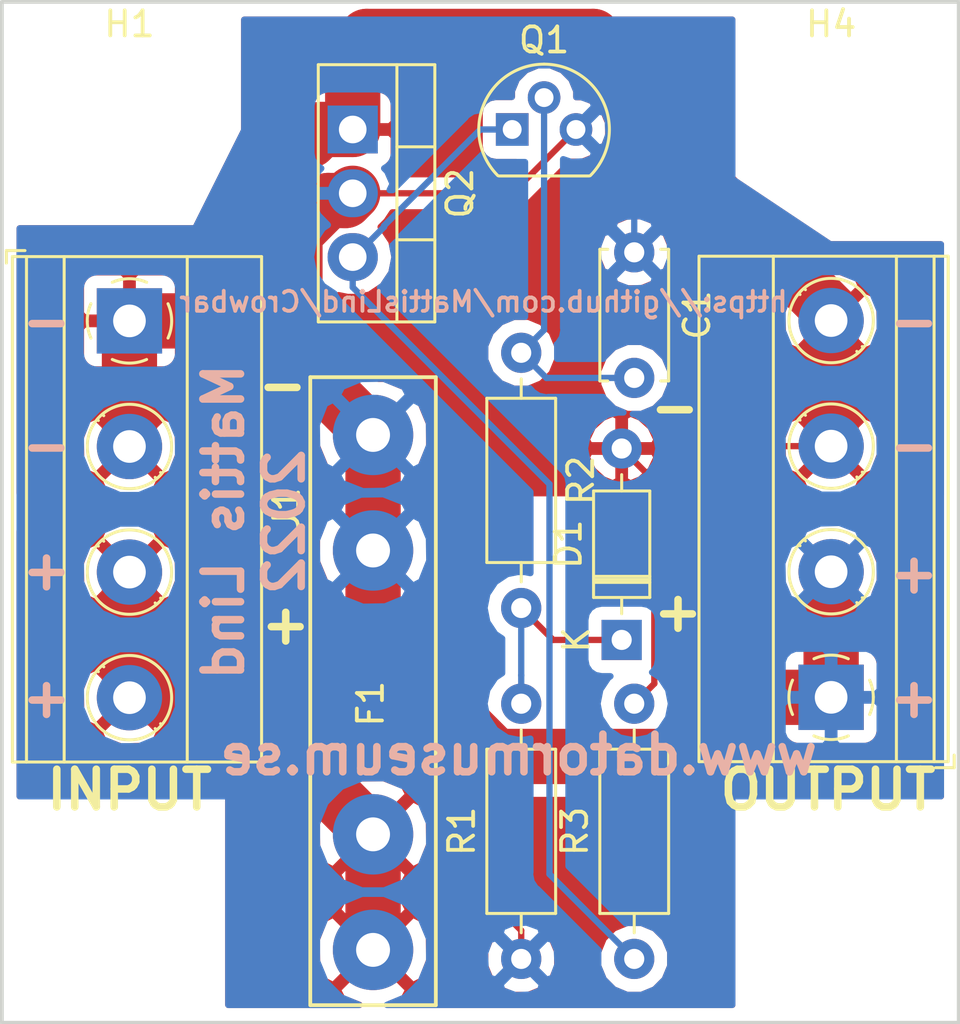
<source format=kicad_pcb>
(kicad_pcb (version 20171130) (host pcbnew 5.0.2-bee76a0~70~ubuntu16.04.1)

  (general
    (thickness 1.6)
    (drawings 21)
    (tracks 64)
    (zones 0)
    (modules 14)
    (nets 7)
  )

  (page A4)
  (layers
    (0 F.Cu signal)
    (31 B.Cu signal)
    (32 B.Adhes user)
    (33 F.Adhes user)
    (34 B.Paste user)
    (35 F.Paste user)
    (36 B.SilkS user)
    (37 F.SilkS user)
    (38 B.Mask user)
    (39 F.Mask user)
    (40 Dwgs.User user)
    (41 Cmts.User user)
    (42 Eco1.User user)
    (43 Eco2.User user)
    (44 Edge.Cuts user)
    (45 Margin user hide)
    (46 B.CrtYd user)
    (47 F.CrtYd user)
    (48 B.Fab user)
    (49 F.Fab user hide)
  )

  (setup
    (last_trace_width 0.25)
    (trace_clearance 0.2)
    (zone_clearance 0.508)
    (zone_45_only no)
    (trace_min 0.2)
    (segment_width 0.2)
    (edge_width 0.15)
    (via_size 0.8)
    (via_drill 0.4)
    (via_min_size 0.4)
    (via_min_drill 0.3)
    (uvia_size 0.3)
    (uvia_drill 0.1)
    (uvias_allowed no)
    (uvia_min_size 0.2)
    (uvia_min_drill 0.1)
    (pcb_text_width 0.3)
    (pcb_text_size 1.5 1.5)
    (mod_edge_width 0.15)
    (mod_text_size 1 1)
    (mod_text_width 0.15)
    (pad_size 1.524 1.524)
    (pad_drill 0.762)
    (pad_to_mask_clearance 0.051)
    (solder_mask_min_width 0.25)
    (aux_axis_origin 0 0)
    (visible_elements FFFFFF7F)
    (pcbplotparams
      (layerselection 0x010fc_ffffffff)
      (usegerberextensions false)
      (usegerberattributes false)
      (usegerberadvancedattributes false)
      (creategerberjobfile false)
      (excludeedgelayer true)
      (linewidth 0.100000)
      (plotframeref false)
      (viasonmask false)
      (mode 1)
      (useauxorigin false)
      (hpglpennumber 1)
      (hpglpenspeed 20)
      (hpglpendiameter 15.000000)
      (psnegative false)
      (psa4output false)
      (plotreference true)
      (plotvalue true)
      (plotinvisibletext false)
      (padsonsilk false)
      (subtractmaskfromsilk false)
      (outputformat 1)
      (mirror false)
      (drillshape 0)
      (scaleselection 1)
      (outputdirectory ""))
  )

  (net 0 "")
  (net 1 "Net-(D1-Pad2)")
  (net 2 "Net-(F1-Pad2)")
  (net 3 "Net-(C1-Pad1)")
  (net 4 "Net-(D1-Pad1)")
  (net 5 "Net-(C1-Pad2)")
  (net 6 "Net-(Q1-Pad1)")

  (net_class Default "This is the default net class."
    (clearance 0.2)
    (trace_width 0.25)
    (via_dia 0.8)
    (via_drill 0.4)
    (uvia_dia 0.3)
    (uvia_drill 0.1)
    (add_net "Net-(C1-Pad1)")
    (add_net "Net-(C1-Pad2)")
    (add_net "Net-(D1-Pad1)")
    (add_net "Net-(D1-Pad2)")
    (add_net "Net-(F1-Pad2)")
    (add_net "Net-(Q1-Pad1)")
  )

  (module "kicadlibs:Fuse holder" (layer F.Cu) (tedit 61EC2632) (tstamp 6204B185)
    (at 101.6 77.47 270)
    (path /61FD710A)
    (fp_text reference F1 (at 0 3.1 270) (layer F.SilkS)
      (effects (font (size 1 1) (thickness 0.15)))
    )
    (fp_text value Fuse (at 0.1 -0.2 270) (layer F.Fab)
      (effects (font (size 1 1) (thickness 0.15)))
    )
    (fp_line (start -13 5.5) (end -13 0.5) (layer F.SilkS) (width 0.15))
    (fp_line (start 12 5.5) (end -13 5.5) (layer F.SilkS) (width 0.15))
    (fp_line (start 12 0.5) (end 12 5.5) (layer F.SilkS) (width 0.15))
    (fp_line (start -13 0.5) (end 12 0.5) (layer F.SilkS) (width 0.15))
    (pad 2 thru_hole circle (at 9.8 3 270) (size 3.2 3.2) (drill 1.35) (layers *.Cu *.Mask)
      (net 2 "Net-(F1-Pad2)"))
    (pad 2 thru_hole circle (at 5.2 3 270) (size 3.2 3.2) (drill 1.35) (layers *.Cu *.Mask)
      (net 2 "Net-(F1-Pad2)"))
    (pad 1 thru_hole circle (at -6.1 3 270) (size 3.2 3.2) (drill 1.35) (layers *.Cu *.Mask)
      (net 3 "Net-(C1-Pad1)"))
    (pad 1 thru_hole circle (at -10.7 3 270) (size 3.2 3.2) (drill 1.35) (layers *.Cu *.Mask)
      (net 3 "Net-(C1-Pad1)"))
  )

  (module Diode_THT:D_DO-35_SOD27_P7.62mm_Horizontal (layer F.Cu) (tedit 5AE50CD5) (tstamp 6210C3B4)
    (at 108.5 74.93 90)
    (descr "Diode, DO-35_SOD27 series, Axial, Horizontal, pin pitch=7.62mm, , length*diameter=4*2mm^2, , http://www.diodes.com/_files/packages/DO-35.pdf")
    (tags "Diode DO-35_SOD27 series Axial Horizontal pin pitch 7.62mm  length 4mm diameter 2mm")
    (path /61FDF518)
    (fp_text reference D1 (at 3.81 -2.12 90) (layer F.SilkS)
      (effects (font (size 1 1) (thickness 0.15)))
    )
    (fp_text value BZX55-5.6 (at 3.81 2.12 90) (layer F.Fab)
      (effects (font (size 1 1) (thickness 0.15)))
    )
    (fp_line (start 1.81 -1) (end 1.81 1) (layer F.Fab) (width 0.1))
    (fp_line (start 1.81 1) (end 5.81 1) (layer F.Fab) (width 0.1))
    (fp_line (start 5.81 1) (end 5.81 -1) (layer F.Fab) (width 0.1))
    (fp_line (start 5.81 -1) (end 1.81 -1) (layer F.Fab) (width 0.1))
    (fp_line (start 0 0) (end 1.81 0) (layer F.Fab) (width 0.1))
    (fp_line (start 7.62 0) (end 5.81 0) (layer F.Fab) (width 0.1))
    (fp_line (start 2.41 -1) (end 2.41 1) (layer F.Fab) (width 0.1))
    (fp_line (start 2.51 -1) (end 2.51 1) (layer F.Fab) (width 0.1))
    (fp_line (start 2.31 -1) (end 2.31 1) (layer F.Fab) (width 0.1))
    (fp_line (start 1.69 -1.12) (end 1.69 1.12) (layer F.SilkS) (width 0.12))
    (fp_line (start 1.69 1.12) (end 5.93 1.12) (layer F.SilkS) (width 0.12))
    (fp_line (start 5.93 1.12) (end 5.93 -1.12) (layer F.SilkS) (width 0.12))
    (fp_line (start 5.93 -1.12) (end 1.69 -1.12) (layer F.SilkS) (width 0.12))
    (fp_line (start 1.04 0) (end 1.69 0) (layer F.SilkS) (width 0.12))
    (fp_line (start 6.58 0) (end 5.93 0) (layer F.SilkS) (width 0.12))
    (fp_line (start 2.41 -1.12) (end 2.41 1.12) (layer F.SilkS) (width 0.12))
    (fp_line (start 2.53 -1.12) (end 2.53 1.12) (layer F.SilkS) (width 0.12))
    (fp_line (start 2.29 -1.12) (end 2.29 1.12) (layer F.SilkS) (width 0.12))
    (fp_line (start -1.05 -1.25) (end -1.05 1.25) (layer F.CrtYd) (width 0.05))
    (fp_line (start -1.05 1.25) (end 8.67 1.25) (layer F.CrtYd) (width 0.05))
    (fp_line (start 8.67 1.25) (end 8.67 -1.25) (layer F.CrtYd) (width 0.05))
    (fp_line (start 8.67 -1.25) (end -1.05 -1.25) (layer F.CrtYd) (width 0.05))
    (fp_text user %R (at 4.11 0 90) (layer F.Fab)
      (effects (font (size 0.8 0.8) (thickness 0.12)))
    )
    (fp_text user K (at 0 -1.8 90) (layer F.Fab)
      (effects (font (size 1 1) (thickness 0.15)))
    )
    (fp_text user K (at 0 -1.8 90) (layer F.SilkS)
      (effects (font (size 1 1) (thickness 0.15)))
    )
    (pad 1 thru_hole rect (at 0 0 90) (size 1.6 1.6) (drill 0.8) (layers *.Cu *.Mask)
      (net 4 "Net-(D1-Pad1)"))
    (pad 2 thru_hole oval (at 7.62 0 90) (size 1.6 1.6) (drill 0.8) (layers *.Cu *.Mask)
      (net 1 "Net-(D1-Pad2)"))
    (model ${KISYS3DMOD}/Diode_THT.3dshapes/D_DO-35_SOD27_P7.62mm_Horizontal.wrl
      (at (xyz 0 0 0))
      (scale (xyz 1 1 1))
      (rotate (xyz 0 0 0))
    )
  )

  (module MountingHole:MountingHole_3.2mm_M3 (layer F.Cu) (tedit 56D1B4CB) (tstamp 6210B9DD)
    (at 116.84 54.61)
    (descr "Mounting Hole 3.2mm, no annular, M3")
    (tags "mounting hole 3.2mm no annular m3")
    (path /61FDF09B)
    (attr virtual)
    (fp_text reference H4 (at 0 -4.2) (layer F.SilkS)
      (effects (font (size 1 1) (thickness 0.15)))
    )
    (fp_text value MountingHole (at 0 4.2) (layer F.Fab)
      (effects (font (size 1 1) (thickness 0.15)))
    )
    (fp_circle (center 0 0) (end 3.45 0) (layer F.CrtYd) (width 0.05))
    (fp_circle (center 0 0) (end 3.2 0) (layer Cmts.User) (width 0.15))
    (fp_text user %R (at 0.3 0) (layer F.Fab)
      (effects (font (size 1 1) (thickness 0.15)))
    )
    (pad 1 np_thru_hole circle (at 0 0) (size 3.2 3.2) (drill 3.2) (layers *.Cu *.Mask))
  )

  (module MountingHole:MountingHole_3.2mm_M3 (layer F.Cu) (tedit 61EC5E6A) (tstamp 6210BB4C)
    (at 116.84 85.09)
    (descr "Mounting Hole 3.2mm, no annular, M3")
    (tags "mounting hole 3.2mm no annular m3")
    (path /61FDF05D)
    (attr virtual)
    (fp_text reference H3 (at 0 -4.2) (layer F.SilkS) hide
      (effects (font (size 1 1) (thickness 0.15)))
    )
    (fp_text value MountingHole (at 0 4.2) (layer F.Fab)
      (effects (font (size 1 1) (thickness 0.15)))
    )
    (fp_text user %R (at 0.3 0) (layer F.Fab)
      (effects (font (size 1 1) (thickness 0.15)))
    )
    (fp_circle (center 0 0) (end 3.2 0) (layer Cmts.User) (width 0.15))
    (fp_circle (center 0 0) (end 3.45 0) (layer F.CrtYd) (width 0.05))
    (pad 1 np_thru_hole circle (at 0 0) (size 3.2 3.2) (drill 3.2) (layers *.Cu *.Mask))
  )

  (module MountingHole:MountingHole_3.2mm_M3 (layer F.Cu) (tedit 61EC5E39) (tstamp 6210B9CD)
    (at 88.9 85.09)
    (descr "Mounting Hole 3.2mm, no annular, M3")
    (tags "mounting hole 3.2mm no annular m3")
    (path /61FDF013)
    (attr virtual)
    (fp_text reference H2 (at 0 -4.2) (layer F.SilkS) hide
      (effects (font (size 1 1) (thickness 0.15)))
    )
    (fp_text value MountingHole (at 0 4.2) (layer F.Fab)
      (effects (font (size 1 1) (thickness 0.15)))
    )
    (fp_circle (center 0 0) (end 3.45 0) (layer F.CrtYd) (width 0.05))
    (fp_circle (center 0 0) (end 3.2 0) (layer Cmts.User) (width 0.15))
    (fp_text user %R (at 0.3 0) (layer F.Fab)
      (effects (font (size 1 1) (thickness 0.15)))
    )
    (pad 1 np_thru_hole circle (at 0 0) (size 3.2 3.2) (drill 3.2) (layers *.Cu *.Mask))
  )

  (module MountingHole:MountingHole_3.2mm_M3 (layer F.Cu) (tedit 56D1B4CB) (tstamp 6210B9C5)
    (at 88.9 54.61)
    (descr "Mounting Hole 3.2mm, no annular, M3")
    (tags "mounting hole 3.2mm no annular m3")
    (path /61FDEFB9)
    (attr virtual)
    (fp_text reference H1 (at 0 -4.2) (layer F.SilkS)
      (effects (font (size 1 1) (thickness 0.15)))
    )
    (fp_text value MountingHole (at 0 4.2) (layer F.Fab)
      (effects (font (size 1 1) (thickness 0.15)))
    )
    (fp_text user %R (at 0.3 0) (layer F.Fab)
      (effects (font (size 1 1) (thickness 0.15)))
    )
    (fp_circle (center 0 0) (end 3.2 0) (layer Cmts.User) (width 0.15))
    (fp_circle (center 0 0) (end 3.45 0) (layer F.CrtYd) (width 0.05))
    (pad 1 np_thru_hole circle (at 0 0) (size 3.2 3.2) (drill 3.2) (layers *.Cu *.Mask))
  )

  (module Capacitor_THT:C_Disc_D5.0mm_W2.5mm_P5.00mm (layer F.Cu) (tedit 5AE50EF0) (tstamp 61F8DBA4)
    (at 109 59.5 270)
    (descr "C, Disc series, Radial, pin pitch=5.00mm, , diameter*width=5*2.5mm^2, Capacitor, http://cdn-reichelt.de/documents/datenblatt/B300/DS_KERKO_TC.pdf")
    (tags "C Disc series Radial pin pitch 5.00mm  diameter 5mm width 2.5mm Capacitor")
    (path /61FDC478)
    (fp_text reference C1 (at 2.5 -2.5 270) (layer F.SilkS)
      (effects (font (size 1 1) (thickness 0.15)))
    )
    (fp_text value 100n (at 2.5 2.5 270) (layer F.Fab)
      (effects (font (size 1 1) (thickness 0.15)))
    )
    (fp_line (start 0 -1.25) (end 0 1.25) (layer F.Fab) (width 0.1))
    (fp_line (start 0 1.25) (end 5 1.25) (layer F.Fab) (width 0.1))
    (fp_line (start 5 1.25) (end 5 -1.25) (layer F.Fab) (width 0.1))
    (fp_line (start 5 -1.25) (end 0 -1.25) (layer F.Fab) (width 0.1))
    (fp_line (start -0.12 -1.37) (end 5.12 -1.37) (layer F.SilkS) (width 0.12))
    (fp_line (start -0.12 1.37) (end 5.12 1.37) (layer F.SilkS) (width 0.12))
    (fp_line (start -0.12 -1.37) (end -0.12 -1.055) (layer F.SilkS) (width 0.12))
    (fp_line (start -0.12 1.055) (end -0.12 1.37) (layer F.SilkS) (width 0.12))
    (fp_line (start 5.12 -1.37) (end 5.12 -1.055) (layer F.SilkS) (width 0.12))
    (fp_line (start 5.12 1.055) (end 5.12 1.37) (layer F.SilkS) (width 0.12))
    (fp_line (start -1.05 -1.5) (end -1.05 1.5) (layer F.CrtYd) (width 0.05))
    (fp_line (start -1.05 1.5) (end 6.05 1.5) (layer F.CrtYd) (width 0.05))
    (fp_line (start 6.05 1.5) (end 6.05 -1.5) (layer F.CrtYd) (width 0.05))
    (fp_line (start 6.05 -1.5) (end -1.05 -1.5) (layer F.CrtYd) (width 0.05))
    (fp_text user %R (at 2.5 0 270) (layer F.Fab)
      (effects (font (size 1 1) (thickness 0.15)))
    )
    (pad 1 thru_hole circle (at 0 0 270) (size 1.6 1.6) (drill 0.8) (layers *.Cu *.Mask)
      (net 3 "Net-(C1-Pad1)"))
    (pad 2 thru_hole circle (at 5 0 270) (size 1.6 1.6) (drill 0.8) (layers *.Cu *.Mask)
      (net 5 "Net-(C1-Pad2)"))
    (model ${KISYS3DMOD}/Capacitor_THT.3dshapes/C_Disc_D5.0mm_W2.5mm_P5.00mm.wrl
      (at (xyz 0 0 0))
      (scale (xyz 1 1 1))
      (rotate (xyz 0 0 0))
    )
  )

  (module Package_TO_SOT_THT:TO-220-3_Vertical (layer F.Cu) (tedit 5AC8BA0D) (tstamp 61F8DB50)
    (at 97.79 54.61 270)
    (descr "TO-220-3, Vertical, RM 2.54mm, see https://www.vishay.com/docs/66542/to-220-1.pdf")
    (tags "TO-220-3 Vertical RM 2.54mm")
    (path /61FDB175)
    (fp_text reference Q2 (at 2.54 -4.27 270) (layer F.SilkS)
      (effects (font (size 1 1) (thickness 0.15)))
    )
    (fp_text value TIC126 (at 2.54 2.5 270) (layer F.Fab)
      (effects (font (size 1 1) (thickness 0.15)))
    )
    (fp_line (start -2.46 -3.15) (end -2.46 1.25) (layer F.Fab) (width 0.1))
    (fp_line (start -2.46 1.25) (end 7.54 1.25) (layer F.Fab) (width 0.1))
    (fp_line (start 7.54 1.25) (end 7.54 -3.15) (layer F.Fab) (width 0.1))
    (fp_line (start 7.54 -3.15) (end -2.46 -3.15) (layer F.Fab) (width 0.1))
    (fp_line (start -2.46 -1.88) (end 7.54 -1.88) (layer F.Fab) (width 0.1))
    (fp_line (start 0.69 -3.15) (end 0.69 -1.88) (layer F.Fab) (width 0.1))
    (fp_line (start 4.39 -3.15) (end 4.39 -1.88) (layer F.Fab) (width 0.1))
    (fp_line (start -2.58 -3.27) (end 7.66 -3.27) (layer F.SilkS) (width 0.12))
    (fp_line (start -2.58 1.371) (end 7.66 1.371) (layer F.SilkS) (width 0.12))
    (fp_line (start -2.58 -3.27) (end -2.58 1.371) (layer F.SilkS) (width 0.12))
    (fp_line (start 7.66 -3.27) (end 7.66 1.371) (layer F.SilkS) (width 0.12))
    (fp_line (start -2.58 -1.76) (end 7.66 -1.76) (layer F.SilkS) (width 0.12))
    (fp_line (start 0.69 -3.27) (end 0.69 -1.76) (layer F.SilkS) (width 0.12))
    (fp_line (start 4.391 -3.27) (end 4.391 -1.76) (layer F.SilkS) (width 0.12))
    (fp_line (start -2.71 -3.4) (end -2.71 1.51) (layer F.CrtYd) (width 0.05))
    (fp_line (start -2.71 1.51) (end 7.79 1.51) (layer F.CrtYd) (width 0.05))
    (fp_line (start 7.79 1.51) (end 7.79 -3.4) (layer F.CrtYd) (width 0.05))
    (fp_line (start 7.79 -3.4) (end -2.71 -3.4) (layer F.CrtYd) (width 0.05))
    (fp_text user %R (at 2.54 -4.27 270) (layer F.Fab)
      (effects (font (size 1 1) (thickness 0.15)))
    )
    (pad 1 thru_hole rect (at 0 0 270) (size 1.905 2) (drill 1.1) (layers *.Cu *.Mask)
      (net 1 "Net-(D1-Pad2)"))
    (pad 2 thru_hole oval (at 2.54 0 270) (size 1.905 2) (drill 1.1) (layers *.Cu *.Mask)
      (net 3 "Net-(C1-Pad1)"))
    (pad 3 thru_hole oval (at 5.08 0 270) (size 1.905 2) (drill 1.1) (layers *.Cu *.Mask)
      (net 6 "Net-(Q1-Pad1)"))
    (model ${KISYS3DMOD}/Package_TO_SOT_THT.3dshapes/TO-220-3_Vertical.wrl
      (at (xyz 0 0 0))
      (scale (xyz 1 1 1))
      (rotate (xyz 0 0 0))
    )
  )

  (module Package_TO_SOT_THT:TO-92 (layer F.Cu) (tedit 5A279852) (tstamp 61F8DB36)
    (at 104.14 54.61)
    (descr "TO-92 leads molded, narrow, drill 0.75mm (see NXP sot054_po.pdf)")
    (tags "to-92 sc-43 sc-43a sot54 PA33 transistor")
    (path /61FDFAC1)
    (fp_text reference Q1 (at 1.27 -3.56) (layer F.SilkS)
      (effects (font (size 1 1) (thickness 0.15)))
    )
    (fp_text value BC559B (at 1.27 2.79) (layer F.Fab)
      (effects (font (size 1 1) (thickness 0.15)))
    )
    (fp_text user %R (at 1.27 -3.56) (layer F.Fab)
      (effects (font (size 1 1) (thickness 0.15)))
    )
    (fp_line (start -0.53 1.85) (end 3.07 1.85) (layer F.SilkS) (width 0.12))
    (fp_line (start -0.5 1.75) (end 3 1.75) (layer F.Fab) (width 0.1))
    (fp_line (start -1.46 -2.73) (end 4 -2.73) (layer F.CrtYd) (width 0.05))
    (fp_line (start -1.46 -2.73) (end -1.46 2.01) (layer F.CrtYd) (width 0.05))
    (fp_line (start 4 2.01) (end 4 -2.73) (layer F.CrtYd) (width 0.05))
    (fp_line (start 4 2.01) (end -1.46 2.01) (layer F.CrtYd) (width 0.05))
    (fp_arc (start 1.27 0) (end 1.27 -2.48) (angle 135) (layer F.Fab) (width 0.1))
    (fp_arc (start 1.27 0) (end 1.27 -2.6) (angle -135) (layer F.SilkS) (width 0.12))
    (fp_arc (start 1.27 0) (end 1.27 -2.48) (angle -135) (layer F.Fab) (width 0.1))
    (fp_arc (start 1.27 0) (end 1.27 -2.6) (angle 135) (layer F.SilkS) (width 0.12))
    (pad 2 thru_hole circle (at 1.27 -1.27 90) (size 1.3 1.3) (drill 0.75) (layers *.Cu *.Mask)
      (net 5 "Net-(C1-Pad2)"))
    (pad 3 thru_hole circle (at 2.54 0 90) (size 1.3 1.3) (drill 0.75) (layers *.Cu *.Mask)
      (net 3 "Net-(C1-Pad1)"))
    (pad 1 thru_hole rect (at 0 0 90) (size 1.3 1.3) (drill 0.75) (layers *.Cu *.Mask)
      (net 6 "Net-(Q1-Pad1)"))
    (model ${KISYS3DMOD}/Package_TO_SOT_THT.3dshapes/TO-92.wrl
      (at (xyz 0 0 0))
      (scale (xyz 1 1 1))
      (rotate (xyz 0 0 0))
    )
  )

  (module Resistor_THT:R_Axial_DIN0207_L6.3mm_D2.5mm_P10.16mm_Horizontal (layer F.Cu) (tedit 5AE5139B) (tstamp 61F8DB24)
    (at 109 87.63 90)
    (descr "Resistor, Axial_DIN0207 series, Axial, Horizontal, pin pitch=10.16mm, 0.25W = 1/4W, length*diameter=6.3*2.5mm^2, http://cdn-reichelt.de/documents/datenblatt/B400/1_4W%23YAG.pdf")
    (tags "Resistor Axial_DIN0207 series Axial Horizontal pin pitch 10.16mm 0.25W = 1/4W length 6.3mm diameter 2.5mm")
    (path /61FD7592)
    (fp_text reference R3 (at 5.08 -2.37 90) (layer F.SilkS)
      (effects (font (size 1 1) (thickness 0.15)))
    )
    (fp_text value 1k (at 5.08 2.37 90) (layer F.Fab)
      (effects (font (size 1 1) (thickness 0.15)))
    )
    (fp_line (start 1.93 -1.25) (end 1.93 1.25) (layer F.Fab) (width 0.1))
    (fp_line (start 1.93 1.25) (end 8.23 1.25) (layer F.Fab) (width 0.1))
    (fp_line (start 8.23 1.25) (end 8.23 -1.25) (layer F.Fab) (width 0.1))
    (fp_line (start 8.23 -1.25) (end 1.93 -1.25) (layer F.Fab) (width 0.1))
    (fp_line (start 0 0) (end 1.93 0) (layer F.Fab) (width 0.1))
    (fp_line (start 10.16 0) (end 8.23 0) (layer F.Fab) (width 0.1))
    (fp_line (start 1.81 -1.37) (end 1.81 1.37) (layer F.SilkS) (width 0.12))
    (fp_line (start 1.81 1.37) (end 8.35 1.37) (layer F.SilkS) (width 0.12))
    (fp_line (start 8.35 1.37) (end 8.35 -1.37) (layer F.SilkS) (width 0.12))
    (fp_line (start 8.35 -1.37) (end 1.81 -1.37) (layer F.SilkS) (width 0.12))
    (fp_line (start 1.04 0) (end 1.81 0) (layer F.SilkS) (width 0.12))
    (fp_line (start 9.12 0) (end 8.35 0) (layer F.SilkS) (width 0.12))
    (fp_line (start -1.05 -1.5) (end -1.05 1.5) (layer F.CrtYd) (width 0.05))
    (fp_line (start -1.05 1.5) (end 11.21 1.5) (layer F.CrtYd) (width 0.05))
    (fp_line (start 11.21 1.5) (end 11.21 -1.5) (layer F.CrtYd) (width 0.05))
    (fp_line (start 11.21 -1.5) (end -1.05 -1.5) (layer F.CrtYd) (width 0.05))
    (fp_text user %R (at 5.08 0 90) (layer F.Fab)
      (effects (font (size 1 1) (thickness 0.15)))
    )
    (pad 1 thru_hole circle (at 0 0 90) (size 1.6 1.6) (drill 0.8) (layers *.Cu *.Mask)
      (net 6 "Net-(Q1-Pad1)"))
    (pad 2 thru_hole oval (at 10.16 0 90) (size 1.6 1.6) (drill 0.8) (layers *.Cu *.Mask)
      (net 1 "Net-(D1-Pad2)"))
    (model ${KISYS3DMOD}/Resistor_THT.3dshapes/R_Axial_DIN0207_L6.3mm_D2.5mm_P10.16mm_Horizontal.wrl
      (at (xyz 0 0 0))
      (scale (xyz 1 1 1))
      (rotate (xyz 0 0 0))
    )
  )

  (module Resistor_THT:R_Axial_DIN0207_L6.3mm_D2.5mm_P10.16mm_Horizontal (layer F.Cu) (tedit 5AE5139B) (tstamp 6210BCEE)
    (at 104.5 63.5 270)
    (descr "Resistor, Axial_DIN0207 series, Axial, Horizontal, pin pitch=10.16mm, 0.25W = 1/4W, length*diameter=6.3*2.5mm^2, http://cdn-reichelt.de/documents/datenblatt/B400/1_4W%23YAG.pdf")
    (tags "Resistor Axial_DIN0207 series Axial Horizontal pin pitch 10.16mm 0.25W = 1/4W length 6.3mm diameter 2.5mm")
    (path /61FDCD4C)
    (fp_text reference R2 (at 5.08 -2.37 270) (layer F.SilkS)
      (effects (font (size 1 1) (thickness 0.15)))
    )
    (fp_text value 1k (at 5.08 2.37 270) (layer F.Fab)
      (effects (font (size 1 1) (thickness 0.15)))
    )
    (fp_text user %R (at 5.08 0 270) (layer F.Fab)
      (effects (font (size 1 1) (thickness 0.15)))
    )
    (fp_line (start 11.21 -1.5) (end -1.05 -1.5) (layer F.CrtYd) (width 0.05))
    (fp_line (start 11.21 1.5) (end 11.21 -1.5) (layer F.CrtYd) (width 0.05))
    (fp_line (start -1.05 1.5) (end 11.21 1.5) (layer F.CrtYd) (width 0.05))
    (fp_line (start -1.05 -1.5) (end -1.05 1.5) (layer F.CrtYd) (width 0.05))
    (fp_line (start 9.12 0) (end 8.35 0) (layer F.SilkS) (width 0.12))
    (fp_line (start 1.04 0) (end 1.81 0) (layer F.SilkS) (width 0.12))
    (fp_line (start 8.35 -1.37) (end 1.81 -1.37) (layer F.SilkS) (width 0.12))
    (fp_line (start 8.35 1.37) (end 8.35 -1.37) (layer F.SilkS) (width 0.12))
    (fp_line (start 1.81 1.37) (end 8.35 1.37) (layer F.SilkS) (width 0.12))
    (fp_line (start 1.81 -1.37) (end 1.81 1.37) (layer F.SilkS) (width 0.12))
    (fp_line (start 10.16 0) (end 8.23 0) (layer F.Fab) (width 0.1))
    (fp_line (start 0 0) (end 1.93 0) (layer F.Fab) (width 0.1))
    (fp_line (start 8.23 -1.25) (end 1.93 -1.25) (layer F.Fab) (width 0.1))
    (fp_line (start 8.23 1.25) (end 8.23 -1.25) (layer F.Fab) (width 0.1))
    (fp_line (start 1.93 1.25) (end 8.23 1.25) (layer F.Fab) (width 0.1))
    (fp_line (start 1.93 -1.25) (end 1.93 1.25) (layer F.Fab) (width 0.1))
    (pad 2 thru_hole oval (at 10.16 0 270) (size 1.6 1.6) (drill 0.8) (layers *.Cu *.Mask)
      (net 4 "Net-(D1-Pad1)"))
    (pad 1 thru_hole circle (at 0 0 270) (size 1.6 1.6) (drill 0.8) (layers *.Cu *.Mask)
      (net 5 "Net-(C1-Pad2)"))
    (model ${KISYS3DMOD}/Resistor_THT.3dshapes/R_Axial_DIN0207_L6.3mm_D2.5mm_P10.16mm_Horizontal.wrl
      (at (xyz 0 0 0))
      (scale (xyz 1 1 1))
      (rotate (xyz 0 0 0))
    )
  )

  (module Resistor_THT:R_Axial_DIN0207_L6.3mm_D2.5mm_P10.16mm_Horizontal (layer F.Cu) (tedit 5AE5139B) (tstamp 6210BC3C)
    (at 104.5 87.63 90)
    (descr "Resistor, Axial_DIN0207 series, Axial, Horizontal, pin pitch=10.16mm, 0.25W = 1/4W, length*diameter=6.3*2.5mm^2, http://cdn-reichelt.de/documents/datenblatt/B400/1_4W%23YAG.pdf")
    (tags "Resistor Axial_DIN0207 series Axial Horizontal pin pitch 10.16mm 0.25W = 1/4W length 6.3mm diameter 2.5mm")
    (path /61FD75F8)
    (fp_text reference R1 (at 5.08 -2.37 90) (layer F.SilkS)
      (effects (font (size 1 1) (thickness 0.15)))
    )
    (fp_text value 330 (at 5.08 2.37 90) (layer F.Fab)
      (effects (font (size 1 1) (thickness 0.15)))
    )
    (fp_line (start 1.93 -1.25) (end 1.93 1.25) (layer F.Fab) (width 0.1))
    (fp_line (start 1.93 1.25) (end 8.23 1.25) (layer F.Fab) (width 0.1))
    (fp_line (start 8.23 1.25) (end 8.23 -1.25) (layer F.Fab) (width 0.1))
    (fp_line (start 8.23 -1.25) (end 1.93 -1.25) (layer F.Fab) (width 0.1))
    (fp_line (start 0 0) (end 1.93 0) (layer F.Fab) (width 0.1))
    (fp_line (start 10.16 0) (end 8.23 0) (layer F.Fab) (width 0.1))
    (fp_line (start 1.81 -1.37) (end 1.81 1.37) (layer F.SilkS) (width 0.12))
    (fp_line (start 1.81 1.37) (end 8.35 1.37) (layer F.SilkS) (width 0.12))
    (fp_line (start 8.35 1.37) (end 8.35 -1.37) (layer F.SilkS) (width 0.12))
    (fp_line (start 8.35 -1.37) (end 1.81 -1.37) (layer F.SilkS) (width 0.12))
    (fp_line (start 1.04 0) (end 1.81 0) (layer F.SilkS) (width 0.12))
    (fp_line (start 9.12 0) (end 8.35 0) (layer F.SilkS) (width 0.12))
    (fp_line (start -1.05 -1.5) (end -1.05 1.5) (layer F.CrtYd) (width 0.05))
    (fp_line (start -1.05 1.5) (end 11.21 1.5) (layer F.CrtYd) (width 0.05))
    (fp_line (start 11.21 1.5) (end 11.21 -1.5) (layer F.CrtYd) (width 0.05))
    (fp_line (start 11.21 -1.5) (end -1.05 -1.5) (layer F.CrtYd) (width 0.05))
    (fp_text user %R (at 5.08 0 90) (layer F.Fab)
      (effects (font (size 1 1) (thickness 0.15)))
    )
    (pad 1 thru_hole circle (at 0 0 90) (size 1.6 1.6) (drill 0.8) (layers *.Cu *.Mask)
      (net 3 "Net-(C1-Pad1)"))
    (pad 2 thru_hole oval (at 10.16 0 90) (size 1.6 1.6) (drill 0.8) (layers *.Cu *.Mask)
      (net 4 "Net-(D1-Pad1)"))
    (model ${KISYS3DMOD}/Resistor_THT.3dshapes/R_Axial_DIN0207_L6.3mm_D2.5mm_P10.16mm_Horizontal.wrl
      (at (xyz 0 0 0))
      (scale (xyz 1 1 1))
      (rotate (xyz 0 0 0))
    )
  )

  (module TerminalBlock_Phoenix:TerminalBlock_Phoenix_MKDS-1,5-4_1x04_P5.00mm_Horizontal (layer F.Cu) (tedit 61EC5ED3) (tstamp 61F8DADF)
    (at 116.84 77.216 90)
    (descr "Terminal Block Phoenix MKDS-1,5-4, 4 pins, pitch 5mm, size 20x9.8mm^2, drill diamater 1.3mm, pad diameter 2.6mm, see http://www.farnell.com/datasheets/100425.pdf, script-generated using https://github.com/pointhi/kicad-footprint-generator/scripts/TerminalBlock_Phoenix")
    (tags "THT Terminal Block Phoenix MKDS-1,5-4 pitch 5mm size 20x9.8mm^2 drill 1.3mm pad 2.6mm")
    (path /61FD7026)
    (fp_text reference J2 (at 7.5 -6.26 90) (layer F.SilkS) hide
      (effects (font (size 1 1) (thickness 0.15)))
    )
    (fp_text value Screw_Terminal_01x04 (at 7.5 5.66 90) (layer F.Fab)
      (effects (font (size 1 1) (thickness 0.15)))
    )
    (fp_text user %R (at 7.5 3.2 90) (layer F.Fab)
      (effects (font (size 1 1) (thickness 0.15)))
    )
    (fp_line (start 18 -5.71) (end -3 -5.71) (layer F.CrtYd) (width 0.05))
    (fp_line (start 18 5.1) (end 18 -5.71) (layer F.CrtYd) (width 0.05))
    (fp_line (start -3 5.1) (end 18 5.1) (layer F.CrtYd) (width 0.05))
    (fp_line (start -3 -5.71) (end -3 5.1) (layer F.CrtYd) (width 0.05))
    (fp_line (start -2.8 4.9) (end -2.3 4.9) (layer F.SilkS) (width 0.12))
    (fp_line (start -2.8 4.16) (end -2.8 4.9) (layer F.SilkS) (width 0.12))
    (fp_line (start 13.773 1.023) (end 13.726 1.069) (layer F.SilkS) (width 0.12))
    (fp_line (start 16.07 -1.275) (end 16.035 -1.239) (layer F.SilkS) (width 0.12))
    (fp_line (start 13.966 1.239) (end 13.931 1.274) (layer F.SilkS) (width 0.12))
    (fp_line (start 16.275 -1.069) (end 16.228 -1.023) (layer F.SilkS) (width 0.12))
    (fp_line (start 15.955 -1.138) (end 13.863 0.955) (layer F.Fab) (width 0.1))
    (fp_line (start 16.138 -0.955) (end 14.046 1.138) (layer F.Fab) (width 0.1))
    (fp_line (start 8.773 1.023) (end 8.726 1.069) (layer F.SilkS) (width 0.12))
    (fp_line (start 11.07 -1.275) (end 11.035 -1.239) (layer F.SilkS) (width 0.12))
    (fp_line (start 8.966 1.239) (end 8.931 1.274) (layer F.SilkS) (width 0.12))
    (fp_line (start 11.275 -1.069) (end 11.228 -1.023) (layer F.SilkS) (width 0.12))
    (fp_line (start 10.955 -1.138) (end 8.863 0.955) (layer F.Fab) (width 0.1))
    (fp_line (start 11.138 -0.955) (end 9.046 1.138) (layer F.Fab) (width 0.1))
    (fp_line (start 3.773 1.023) (end 3.726 1.069) (layer F.SilkS) (width 0.12))
    (fp_line (start 6.07 -1.275) (end 6.035 -1.239) (layer F.SilkS) (width 0.12))
    (fp_line (start 3.966 1.239) (end 3.931 1.274) (layer F.SilkS) (width 0.12))
    (fp_line (start 6.275 -1.069) (end 6.228 -1.023) (layer F.SilkS) (width 0.12))
    (fp_line (start 5.955 -1.138) (end 3.863 0.955) (layer F.Fab) (width 0.1))
    (fp_line (start 6.138 -0.955) (end 4.046 1.138) (layer F.Fab) (width 0.1))
    (fp_line (start 0.955 -1.138) (end -1.138 0.955) (layer F.Fab) (width 0.1))
    (fp_line (start 1.138 -0.955) (end -0.955 1.138) (layer F.Fab) (width 0.1))
    (fp_line (start 17.561 -5.261) (end 17.561 4.66) (layer F.SilkS) (width 0.12))
    (fp_line (start -2.56 -5.261) (end -2.56 4.66) (layer F.SilkS) (width 0.12))
    (fp_line (start -2.56 4.66) (end 17.561 4.66) (layer F.SilkS) (width 0.12))
    (fp_line (start -2.56 -5.261) (end 17.561 -5.261) (layer F.SilkS) (width 0.12))
    (fp_line (start -2.56 -2.301) (end 17.561 -2.301) (layer F.SilkS) (width 0.12))
    (fp_line (start -2.5 -2.3) (end 17.5 -2.3) (layer F.Fab) (width 0.1))
    (fp_line (start -2.56 2.6) (end 17.561 2.6) (layer F.SilkS) (width 0.12))
    (fp_line (start -2.5 2.6) (end 17.5 2.6) (layer F.Fab) (width 0.1))
    (fp_line (start -2.56 4.1) (end 17.561 4.1) (layer F.SilkS) (width 0.12))
    (fp_line (start -2.5 4.1) (end 17.5 4.1) (layer F.Fab) (width 0.1))
    (fp_line (start -2.5 4.1) (end -2.5 -5.2) (layer F.Fab) (width 0.1))
    (fp_line (start -2 4.6) (end -2.5 4.1) (layer F.Fab) (width 0.1))
    (fp_line (start 17.5 4.6) (end -2 4.6) (layer F.Fab) (width 0.1))
    (fp_line (start 17.5 -5.2) (end 17.5 4.6) (layer F.Fab) (width 0.1))
    (fp_line (start -2.5 -5.2) (end 17.5 -5.2) (layer F.Fab) (width 0.1))
    (fp_circle (center 15 0) (end 16.68 0) (layer F.SilkS) (width 0.12))
    (fp_circle (center 15 0) (end 16.5 0) (layer F.Fab) (width 0.1))
    (fp_circle (center 10 0) (end 11.68 0) (layer F.SilkS) (width 0.12))
    (fp_circle (center 10 0) (end 11.5 0) (layer F.Fab) (width 0.1))
    (fp_circle (center 5 0) (end 6.68 0) (layer F.SilkS) (width 0.12))
    (fp_circle (center 5 0) (end 6.5 0) (layer F.Fab) (width 0.1))
    (fp_circle (center 0 0) (end 1.5 0) (layer F.Fab) (width 0.1))
    (fp_arc (start 0 0) (end -0.684 1.535) (angle -25) (layer F.SilkS) (width 0.12))
    (fp_arc (start 0 0) (end -1.535 -0.684) (angle -48) (layer F.SilkS) (width 0.12))
    (fp_arc (start 0 0) (end 0.684 -1.535) (angle -48) (layer F.SilkS) (width 0.12))
    (fp_arc (start 0 0) (end 1.535 0.684) (angle -48) (layer F.SilkS) (width 0.12))
    (fp_arc (start 0 0) (end 0 1.68) (angle -24) (layer F.SilkS) (width 0.12))
    (pad 4 thru_hole circle (at 15 0 90) (size 2.6 2.6) (drill 1.3) (layers *.Cu *.Mask)
      (net 1 "Net-(D1-Pad2)"))
    (pad 3 thru_hole circle (at 10 0 90) (size 2.6 2.6) (drill 1.3) (layers *.Cu *.Mask)
      (net 1 "Net-(D1-Pad2)"))
    (pad 2 thru_hole circle (at 5 0 90) (size 2.6 2.6) (drill 1.3) (layers *.Cu *.Mask)
      (net 3 "Net-(C1-Pad1)"))
    (pad 1 thru_hole rect (at 0 0 90) (size 2.6 2.6) (drill 1.3) (layers *.Cu *.Mask)
      (net 3 "Net-(C1-Pad1)"))
    (model ${KISYS3DMOD}/TerminalBlock_Phoenix.3dshapes/TerminalBlock_Phoenix_MKDS-1,5-4_1x04_P5.00mm_Horizontal.wrl
      (at (xyz 0 0 0))
      (scale (xyz 1 1 1))
      (rotate (xyz 0 0 0))
    )
  )

  (module TerminalBlock_Phoenix:TerminalBlock_Phoenix_MKDS-1,5-4_1x04_P5.00mm_Horizontal (layer F.Cu) (tedit 5B294EE5) (tstamp 61F8DAA1)
    (at 88.9 62.23 270)
    (descr "Terminal Block Phoenix MKDS-1,5-4, 4 pins, pitch 5mm, size 20x9.8mm^2, drill diamater 1.3mm, pad diameter 2.6mm, see http://www.farnell.com/datasheets/100425.pdf, script-generated using https://github.com/pointhi/kicad-footprint-generator/scripts/TerminalBlock_Phoenix")
    (tags "THT Terminal Block Phoenix MKDS-1,5-4 pitch 5mm size 20x9.8mm^2 drill 1.3mm pad 2.6mm")
    (path /61FD6FCC)
    (fp_text reference J1 (at 7.5 -6.26 270) (layer F.SilkS)
      (effects (font (size 1 1) (thickness 0.15)))
    )
    (fp_text value Screw_Terminal_01x04 (at 7.5 5.66 270) (layer F.Fab)
      (effects (font (size 1 1) (thickness 0.15)))
    )
    (fp_arc (start 0 0) (end 0 1.68) (angle -24) (layer F.SilkS) (width 0.12))
    (fp_arc (start 0 0) (end 1.535 0.684) (angle -48) (layer F.SilkS) (width 0.12))
    (fp_arc (start 0 0) (end 0.684 -1.535) (angle -48) (layer F.SilkS) (width 0.12))
    (fp_arc (start 0 0) (end -1.535 -0.684) (angle -48) (layer F.SilkS) (width 0.12))
    (fp_arc (start 0 0) (end -0.684 1.535) (angle -25) (layer F.SilkS) (width 0.12))
    (fp_circle (center 0 0) (end 1.5 0) (layer F.Fab) (width 0.1))
    (fp_circle (center 5 0) (end 6.5 0) (layer F.Fab) (width 0.1))
    (fp_circle (center 5 0) (end 6.68 0) (layer F.SilkS) (width 0.12))
    (fp_circle (center 10 0) (end 11.5 0) (layer F.Fab) (width 0.1))
    (fp_circle (center 10 0) (end 11.68 0) (layer F.SilkS) (width 0.12))
    (fp_circle (center 15 0) (end 16.5 0) (layer F.Fab) (width 0.1))
    (fp_circle (center 15 0) (end 16.68 0) (layer F.SilkS) (width 0.12))
    (fp_line (start -2.5 -5.2) (end 17.5 -5.2) (layer F.Fab) (width 0.1))
    (fp_line (start 17.5 -5.2) (end 17.5 4.6) (layer F.Fab) (width 0.1))
    (fp_line (start 17.5 4.6) (end -2 4.6) (layer F.Fab) (width 0.1))
    (fp_line (start -2 4.6) (end -2.5 4.1) (layer F.Fab) (width 0.1))
    (fp_line (start -2.5 4.1) (end -2.5 -5.2) (layer F.Fab) (width 0.1))
    (fp_line (start -2.5 4.1) (end 17.5 4.1) (layer F.Fab) (width 0.1))
    (fp_line (start -2.56 4.1) (end 17.561 4.1) (layer F.SilkS) (width 0.12))
    (fp_line (start -2.5 2.6) (end 17.5 2.6) (layer F.Fab) (width 0.1))
    (fp_line (start -2.56 2.6) (end 17.561 2.6) (layer F.SilkS) (width 0.12))
    (fp_line (start -2.5 -2.3) (end 17.5 -2.3) (layer F.Fab) (width 0.1))
    (fp_line (start -2.56 -2.301) (end 17.561 -2.301) (layer F.SilkS) (width 0.12))
    (fp_line (start -2.56 -5.261) (end 17.561 -5.261) (layer F.SilkS) (width 0.12))
    (fp_line (start -2.56 4.66) (end 17.561 4.66) (layer F.SilkS) (width 0.12))
    (fp_line (start -2.56 -5.261) (end -2.56 4.66) (layer F.SilkS) (width 0.12))
    (fp_line (start 17.561 -5.261) (end 17.561 4.66) (layer F.SilkS) (width 0.12))
    (fp_line (start 1.138 -0.955) (end -0.955 1.138) (layer F.Fab) (width 0.1))
    (fp_line (start 0.955 -1.138) (end -1.138 0.955) (layer F.Fab) (width 0.1))
    (fp_line (start 6.138 -0.955) (end 4.046 1.138) (layer F.Fab) (width 0.1))
    (fp_line (start 5.955 -1.138) (end 3.863 0.955) (layer F.Fab) (width 0.1))
    (fp_line (start 6.275 -1.069) (end 6.228 -1.023) (layer F.SilkS) (width 0.12))
    (fp_line (start 3.966 1.239) (end 3.931 1.274) (layer F.SilkS) (width 0.12))
    (fp_line (start 6.07 -1.275) (end 6.035 -1.239) (layer F.SilkS) (width 0.12))
    (fp_line (start 3.773 1.023) (end 3.726 1.069) (layer F.SilkS) (width 0.12))
    (fp_line (start 11.138 -0.955) (end 9.046 1.138) (layer F.Fab) (width 0.1))
    (fp_line (start 10.955 -1.138) (end 8.863 0.955) (layer F.Fab) (width 0.1))
    (fp_line (start 11.275 -1.069) (end 11.228 -1.023) (layer F.SilkS) (width 0.12))
    (fp_line (start 8.966 1.239) (end 8.931 1.274) (layer F.SilkS) (width 0.12))
    (fp_line (start 11.07 -1.275) (end 11.035 -1.239) (layer F.SilkS) (width 0.12))
    (fp_line (start 8.773 1.023) (end 8.726 1.069) (layer F.SilkS) (width 0.12))
    (fp_line (start 16.138 -0.955) (end 14.046 1.138) (layer F.Fab) (width 0.1))
    (fp_line (start 15.955 -1.138) (end 13.863 0.955) (layer F.Fab) (width 0.1))
    (fp_line (start 16.275 -1.069) (end 16.228 -1.023) (layer F.SilkS) (width 0.12))
    (fp_line (start 13.966 1.239) (end 13.931 1.274) (layer F.SilkS) (width 0.12))
    (fp_line (start 16.07 -1.275) (end 16.035 -1.239) (layer F.SilkS) (width 0.12))
    (fp_line (start 13.773 1.023) (end 13.726 1.069) (layer F.SilkS) (width 0.12))
    (fp_line (start -2.8 4.16) (end -2.8 4.9) (layer F.SilkS) (width 0.12))
    (fp_line (start -2.8 4.9) (end -2.3 4.9) (layer F.SilkS) (width 0.12))
    (fp_line (start -3 -5.71) (end -3 5.1) (layer F.CrtYd) (width 0.05))
    (fp_line (start -3 5.1) (end 18 5.1) (layer F.CrtYd) (width 0.05))
    (fp_line (start 18 5.1) (end 18 -5.71) (layer F.CrtYd) (width 0.05))
    (fp_line (start 18 -5.71) (end -3 -5.71) (layer F.CrtYd) (width 0.05))
    (fp_text user %R (at 7.5 3.2 270) (layer F.Fab)
      (effects (font (size 1 1) (thickness 0.15)))
    )
    (pad 1 thru_hole rect (at 0 0 270) (size 2.6 2.6) (drill 1.3) (layers *.Cu *.Mask)
      (net 1 "Net-(D1-Pad2)"))
    (pad 2 thru_hole circle (at 5 0 270) (size 2.6 2.6) (drill 1.3) (layers *.Cu *.Mask)
      (net 1 "Net-(D1-Pad2)"))
    (pad 3 thru_hole circle (at 10 0 270) (size 2.6 2.6) (drill 1.3) (layers *.Cu *.Mask)
      (net 2 "Net-(F1-Pad2)"))
    (pad 4 thru_hole circle (at 15 0 270) (size 2.6 2.6) (drill 1.3) (layers *.Cu *.Mask)
      (net 2 "Net-(F1-Pad2)"))
    (model ${KISYS3DMOD}/TerminalBlock_Phoenix.3dshapes/TerminalBlock_Phoenix_MKDS-1,5-4_1x04_P5.00mm_Horizontal.wrl
      (at (xyz 0 0 0))
      (scale (xyz 1 1 1))
      (rotate (xyz 0 0 0))
    )
  )

  (gr_text https://github.com/MattisLind/Crowbar (at 102.997 61.468) (layer B.SilkS)
    (effects (font (size 0.8 0.8) (thickness 0.15)) (justify mirror))
  )
  (gr_text - (at 85.598 62.23) (layer B.SilkS) (tstamp 621CCE7E)
    (effects (font (size 1.5 1.5) (thickness 0.3)) (justify mirror))
  )
  (gr_text - (at 85.598 67.183) (layer B.SilkS) (tstamp 621CCE7C)
    (effects (font (size 1.5 1.5) (thickness 0.3)) (justify mirror))
  )
  (gr_text - (at 120.142 62.23) (layer B.SilkS) (tstamp 621CCE68)
    (effects (font (size 1.5 1.5) (thickness 0.3)) (justify mirror))
  )
  (gr_text - (at 120.142 67.183) (layer B.SilkS) (tstamp 621CCE66)
    (effects (font (size 1.5 1.5) (thickness 0.3)) (justify mirror))
  )
  (gr_text "+\n" (at 120.142 72.263) (layer B.SilkS) (tstamp 621CCE64)
    (effects (font (size 1.5 1.5) (thickness 0.3)) (justify mirror))
  )
  (gr_text "+\n" (at 120.142 77.216) (layer B.SilkS) (tstamp 621CCE62)
    (effects (font (size 1.5 1.5) (thickness 0.3)) (justify mirror))
  )
  (gr_text "+\n" (at 85.598 77.216) (layer B.SilkS) (tstamp 621CCE60)
    (effects (font (size 1.5 1.5) (thickness 0.3)) (justify mirror))
  )
  (gr_text "+\n" (at 85.598 72.136) (layer B.SilkS)
    (effects (font (size 1.5 1.5) (thickness 0.3)) (justify mirror))
  )
  (gr_text "Mattis Lind\n2022" (at 93.853 70.231 90) (layer B.SilkS)
    (effects (font (size 1.5 1.5) (thickness 0.3)) (justify mirror))
  )
  (gr_text www.datormuseum.se (at 104.394 79.502) (layer B.SilkS)
    (effects (font (size 1.5 1.5) (thickness 0.3)) (justify mirror))
  )
  (gr_text - (at 110.617 65.659) (layer F.SilkS) (tstamp 621CCE59)
    (effects (font (size 1.5 1.5) (thickness 0.3)))
  )
  (gr_text - (at 94.996 64.77) (layer F.SilkS) (tstamp 621CCE56)
    (effects (font (size 1.5 1.5) (thickness 0.3)))
  )
  (gr_text + (at 95.123 74.295) (layer F.SilkS) (tstamp 621CCE54)
    (effects (font (size 1.5 1.5) (thickness 0.3)))
  )
  (gr_text + (at 110.744 73.787) (layer F.SilkS)
    (effects (font (size 1.5 1.5) (thickness 0.3)))
  )
  (gr_text OUTPUT (at 116.713 80.899) (layer F.SilkS) (tstamp 621CCE05)
    (effects (font (size 1.5 1.5) (thickness 0.3)))
  )
  (gr_text INPUT (at 88.9 80.899) (layer F.SilkS)
    (effects (font (size 1.5 1.5) (thickness 0.3)))
  )
  (gr_line (start 121.92 49.53) (end 83.82 49.53) (layer Edge.Cuts) (width 0.15))
  (gr_line (start 121.92 90.17) (end 83.82 90.17) (layer Edge.Cuts) (width 0.15))
  (gr_line (start 83.82 90.17) (end 83.82 49.53) (layer Edge.Cuts) (width 0.15))
  (gr_line (start 121.92 49.53) (end 121.92 90.17) (layer Edge.Cuts) (width 0.15))

  (segment (start 116.84 67.216) (end 116.84 62.216) (width 2.2) (layer F.Cu) (net 1))
  (segment (start 88.9 67.23) (end 88.9 62.23) (width 2.2) (layer F.Cu) (net 1))
  (segment (start 108.594 67.216) (end 108.5 67.31) (width 0.25) (layer F.Cu) (net 1))
  (segment (start 116.84 67.216) (end 108.594 67.216) (width 0.25) (layer F.Cu) (net 1))
  (segment (start 109.799999 76.670001) (end 109 77.47) (width 0.25) (layer F.Cu) (net 1))
  (segment (start 109.799999 68.609999) (end 109.799999 76.670001) (width 0.25) (layer F.Cu) (net 1))
  (segment (start 108.5 67.31) (end 109.799999 68.609999) (width 0.25) (layer F.Cu) (net 1))
  (segment (start 96.52 54.61) (end 97.79 54.61) (width 2.2) (layer F.Cu) (net 1))
  (segment (start 96.092521 55.037479) (end 96.52 54.61) (width 2.2) (layer F.Cu) (net 1))
  (segment (start 95.815363 55.037479) (end 96.092521 55.037479) (width 2.2) (layer F.Cu) (net 1))
  (segment (start 93.08998 57.762862) (end 95.815363 55.037479) (width 2.2) (layer F.Cu) (net 1))
  (segment (start 92.71 58.42) (end 93.089979 58.040021) (width 2.2) (layer F.Cu) (net 1))
  (segment (start 93.089979 58.040021) (end 93.08998 57.762862) (width 2.2) (layer F.Cu) (net 1))
  (segment (start 88.9 62.23) (end 92.4 62.23) (width 2.2) (layer F.Cu) (net 1))
  (segment (start 92.4 62.23) (end 92.71 61.92) (width 2.2) (layer F.Cu) (net 1))
  (segment (start 92.71 61.92) (end 92.71 58.42) (width 2.2) (layer F.Cu) (net 1))
  (segment (start 97.79 51.4575) (end 97.79 54.61) (width 2.2) (layer F.Cu) (net 1))
  (segment (start 98.34249 50.90501) (end 97.79 51.4575) (width 2.2) (layer F.Cu) (net 1))
  (segment (start 107.367487 50.90501) (end 98.34249 50.90501) (width 2.2) (layer F.Cu) (net 1))
  (segment (start 110.871 54.408523) (end 107.367487 50.90501) (width 2.2) (layer F.Cu) (net 1))
  (segment (start 116.84 61.849) (end 110.871 55.88) (width 2.2) (layer F.Cu) (net 1))
  (segment (start 116.84 62.216) (end 116.84 61.849) (width 2.2) (layer F.Cu) (net 1))
  (segment (start 110.871 55.88) (end 110.871 54.408523) (width 2.2) (layer F.Cu) (net 1))
  (segment (start 88.9 72.23) (end 88.9 77.23) (width 2.2) (layer F.Cu) (net 2))
  (segment (start 93.16 77.23) (end 98.6 82.67) (width 2.2) (layer F.Cu) (net 2))
  (segment (start 88.9 77.23) (end 93.16 77.23) (width 2.2) (layer F.Cu) (net 2))
  (segment (start 98.6 82.67) (end 98.6 87.27) (width 2.2) (layer F.Cu) (net 2))
  (segment (start 98.6 71.37) (end 98.6 66.77) (width 2.2) (layer F.Cu) (net 3))
  (segment (start 116.84 72.216) (end 116.84 77.216) (width 2.2) (layer F.Cu) (net 3))
  (segment (start 98.6 74.678002) (end 98.6 73.632741) (width 2.2) (layer F.Cu) (net 3))
  (segment (start 103.491999 79.570001) (end 98.6 74.678002) (width 2.2) (layer F.Cu) (net 3))
  (segment (start 98.6 73.632741) (end 98.6 71.37) (width 2.2) (layer F.Cu) (net 3))
  (segment (start 113.34 77.216) (end 110.985999 79.570001) (width 2.2) (layer F.Cu) (net 3))
  (segment (start 110.985999 79.570001) (end 103.491999 79.570001) (width 2.2) (layer F.Cu) (net 3))
  (segment (start 116.84 77.216) (end 113.34 77.216) (width 2.2) (layer F.Cu) (net 3))
  (segment (start 104.14 57.15) (end 97.79 57.15) (width 0.25) (layer F.Cu) (net 3))
  (segment (start 106.68 54.61) (end 104.14 57.15) (width 0.25) (layer F.Cu) (net 3))
  (segment (start 109 56.93) (end 106.68 54.61) (width 0.25) (layer B.Cu) (net 3))
  (segment (start 109 59.5) (end 109 56.93) (width 0.25) (layer B.Cu) (net 3))
  (segment (start 103.491999 85.490629) (end 103.491999 79.570001) (width 0.25) (layer F.Cu) (net 3))
  (segment (start 104.5 86.49863) (end 103.491999 85.490629) (width 0.25) (layer F.Cu) (net 3))
  (segment (start 104.5 87.63) (end 104.5 86.49863) (width 0.25) (layer F.Cu) (net 3))
  (segment (start 98.6 66.77) (end 95.48999 63.65999) (width 2.2) (layer F.Cu) (net 3))
  (segment (start 95.48999 63.65999) (end 95.48999 58.75698) (width 2.2) (layer F.Cu) (net 3))
  (segment (start 96.80948 57.43749) (end 97.50251 57.43749) (width 2.2) (layer F.Cu) (net 3))
  (segment (start 97.50251 57.43749) (end 97.79 57.15) (width 2.2) (layer F.Cu) (net 3))
  (segment (start 95.48999 58.75698) (end 96.80948 57.43749) (width 2.2) (layer F.Cu) (net 3))
  (segment (start 104.5 76.33863) (end 104.5 73.66) (width 0.25) (layer B.Cu) (net 4))
  (segment (start 104.5 77.47) (end 104.5 76.33863) (width 0.25) (layer B.Cu) (net 4))
  (segment (start 105.77 74.93) (end 104.5 73.66) (width 0.25) (layer F.Cu) (net 4))
  (segment (start 108.5 74.93) (end 105.77 74.93) (width 0.25) (layer F.Cu) (net 4))
  (segment (start 105.41 62.59) (end 104.5 63.5) (width 0.25) (layer B.Cu) (net 5))
  (segment (start 105.41 53.34) (end 105.41 62.59) (width 0.25) (layer B.Cu) (net 5))
  (segment (start 105.5 64.5) (end 104.5 63.5) (width 0.25) (layer B.Cu) (net 5))
  (segment (start 109 64.5) (end 105.5 64.5) (width 0.25) (layer B.Cu) (net 5))
  (segment (start 97.8375 59.69) (end 97.79 59.69) (width 0.25) (layer B.Cu) (net 6))
  (segment (start 99.04 58.4875) (end 97.8375 59.69) (width 0.25) (layer B.Cu) (net 6))
  (segment (start 99.04 58.44) (end 99.04 58.4875) (width 0.25) (layer B.Cu) (net 6))
  (segment (start 102.87 54.61) (end 99.04 58.44) (width 0.25) (layer B.Cu) (net 6))
  (segment (start 104.14 54.61) (end 102.87 54.61) (width 0.25) (layer B.Cu) (net 6))
  (segment (start 105.625001 68.727501) (end 97.79 60.8925) (width 0.25) (layer B.Cu) (net 6))
  (segment (start 97.79 60.8925) (end 97.79 59.69) (width 0.25) (layer B.Cu) (net 6))
  (segment (start 105.625001 84.255001) (end 105.625001 68.727501) (width 0.25) (layer B.Cu) (net 6))
  (segment (start 109 87.63) (end 105.625001 84.255001) (width 0.25) (layer B.Cu) (net 6))

  (zone (net 1) (net_name "Net-(D1-Pad2)") (layer F.Cu) (tstamp 621CCEA8) (hatch edge 0.508)
    (connect_pads (clearance 0.508))
    (min_thickness 0.254)
    (fill yes (arc_segments 16) (thermal_gap 0.508) (thermal_bridge_width 0.508))
    (polygon
      (pts
        (xy 83.82 69.215) (xy 83.82 58.42) (xy 91.44 58.42) (xy 93.345 54.61) (xy 93.345 49.53)
        (xy 113.03 49.53) (xy 113.03 56.515) (xy 116.84 59.055) (xy 121.92 59.055) (xy 121.92 69.215)
      )
    )
    (filled_polygon
      (pts
        (xy 112.903 56.515) (xy 112.912667 56.563601) (xy 112.940197 56.604803) (xy 112.959553 56.62067) (xy 116.769553 59.16067)
        (xy 116.84 59.182) (xy 121.21 59.182) (xy 121.21 69.088) (xy 117.40068 69.088) (xy 117.894496 68.883455)
        (xy 118.029854 68.585459) (xy 116.84 67.395605) (xy 115.650146 68.585459) (xy 115.785504 68.883455) (xy 116.31672 69.088)
        (xy 100.335 69.088) (xy 100.335 68.195767) (xy 100.494741 68.036026) (xy 100.650893 67.659041) (xy 107.108086 67.659041)
        (xy 107.347611 68.165134) (xy 107.762577 68.541041) (xy 108.150961 68.701904) (xy 108.373 68.579915) (xy 108.373 67.437)
        (xy 108.627 67.437) (xy 108.627 68.579915) (xy 108.849039 68.701904) (xy 109.237423 68.541041) (xy 109.652389 68.165134)
        (xy 109.891914 67.659041) (xy 109.770629 67.437) (xy 108.627 67.437) (xy 108.373 67.437) (xy 107.229371 67.437)
        (xy 107.108086 67.659041) (xy 100.650893 67.659041) (xy 100.835 67.214569) (xy 100.835 66.960959) (xy 107.108086 66.960959)
        (xy 107.229371 67.183) (xy 108.373 67.183) (xy 108.373 66.040085) (xy 108.150961 65.918096) (xy 107.762577 66.078959)
        (xy 107.347611 66.454866) (xy 107.108086 66.960959) (xy 100.835 66.960959) (xy 100.835 66.325431) (xy 100.494741 65.503974)
        (xy 99.866026 64.875259) (xy 99.044569 64.535) (xy 98.81866 64.535) (xy 97.498221 63.214561) (xy 103.065 63.214561)
        (xy 103.065 63.785439) (xy 103.283466 64.312862) (xy 103.687138 64.716534) (xy 104.214561 64.935) (xy 104.785439 64.935)
        (xy 105.312862 64.716534) (xy 105.716534 64.312862) (xy 105.757251 64.214561) (xy 107.565 64.214561) (xy 107.565 64.785439)
        (xy 107.783466 65.312862) (xy 108.187138 65.716534) (xy 108.714561 65.935) (xy 108.818271 65.935) (xy 108.627 66.040085)
        (xy 108.627 67.183) (xy 109.770629 67.183) (xy 109.891914 66.960959) (xy 109.853541 66.87988) (xy 114.895934 66.87988)
        (xy 114.91529 67.649427) (xy 115.172545 68.270496) (xy 115.470541 68.405854) (xy 116.660395 67.216) (xy 117.019605 67.216)
        (xy 118.209459 68.405854) (xy 118.507455 68.270496) (xy 118.784066 67.55212) (xy 118.76471 66.782573) (xy 118.507455 66.161504)
        (xy 118.209459 66.026146) (xy 117.019605 67.216) (xy 116.660395 67.216) (xy 115.470541 66.026146) (xy 115.172545 66.161504)
        (xy 114.895934 66.87988) (xy 109.853541 66.87988) (xy 109.652389 66.454866) (xy 109.237423 66.078959) (xy 108.889852 65.935)
        (xy 109.285439 65.935) (xy 109.498997 65.846541) (xy 115.650146 65.846541) (xy 116.84 67.036395) (xy 118.029854 65.846541)
        (xy 117.894496 65.548545) (xy 117.17612 65.271934) (xy 116.406573 65.29129) (xy 115.785504 65.548545) (xy 115.650146 65.846541)
        (xy 109.498997 65.846541) (xy 109.812862 65.716534) (xy 110.216534 65.312862) (xy 110.435 64.785439) (xy 110.435 64.214561)
        (xy 110.216534 63.687138) (xy 110.114855 63.585459) (xy 115.650146 63.585459) (xy 115.785504 63.883455) (xy 116.50388 64.160066)
        (xy 117.273427 64.14071) (xy 117.894496 63.883455) (xy 118.029854 63.585459) (xy 116.84 62.395605) (xy 115.650146 63.585459)
        (xy 110.114855 63.585459) (xy 109.812862 63.283466) (xy 109.285439 63.065) (xy 108.714561 63.065) (xy 108.187138 63.283466)
        (xy 107.783466 63.687138) (xy 107.565 64.214561) (xy 105.757251 64.214561) (xy 105.935 63.785439) (xy 105.935 63.214561)
        (xy 105.716534 62.687138) (xy 105.312862 62.283466) (xy 104.785439 62.065) (xy 104.214561 62.065) (xy 103.687138 62.283466)
        (xy 103.283466 62.687138) (xy 103.065 63.214561) (xy 97.498221 63.214561) (xy 97.22499 62.941331) (xy 97.22499 61.87988)
        (xy 114.895934 61.87988) (xy 114.91529 62.649427) (xy 115.172545 63.270496) (xy 115.470541 63.405854) (xy 116.660395 62.216)
        (xy 117.019605 62.216) (xy 118.209459 63.405854) (xy 118.507455 63.270496) (xy 118.784066 62.55212) (xy 118.76471 61.782573)
        (xy 118.507455 61.161504) (xy 118.209459 61.026146) (xy 117.019605 62.216) (xy 116.660395 62.216) (xy 115.470541 61.026146)
        (xy 115.172545 61.161504) (xy 114.895934 61.87988) (xy 97.22499 61.87988) (xy 97.22499 61.20566) (xy 97.58615 61.2775)
        (xy 97.99385 61.2775) (xy 98.456911 61.185391) (xy 98.982023 60.834523) (xy 99.332891 60.309411) (xy 99.4561 59.69)
        (xy 99.361529 59.214561) (xy 107.565 59.214561) (xy 107.565 59.785439) (xy 107.783466 60.312862) (xy 108.187138 60.716534)
        (xy 108.714561 60.935) (xy 109.285439 60.935) (xy 109.498997 60.846541) (xy 115.650146 60.846541) (xy 116.84 62.036395)
        (xy 118.029854 60.846541) (xy 117.894496 60.548545) (xy 117.17612 60.271934) (xy 116.406573 60.29129) (xy 115.785504 60.548545)
        (xy 115.650146 60.846541) (xy 109.498997 60.846541) (xy 109.812862 60.716534) (xy 110.216534 60.312862) (xy 110.435 59.785439)
        (xy 110.435 59.214561) (xy 110.216534 58.687138) (xy 109.812862 58.283466) (xy 109.285439 58.065) (xy 108.714561 58.065)
        (xy 108.187138 58.283466) (xy 107.783466 58.687138) (xy 107.565 59.214561) (xy 99.361529 59.214561) (xy 99.332891 59.070589)
        (xy 98.982023 58.545477) (xy 98.901791 58.491868) (xy 99.13766 58.256) (xy 99.36885 57.91) (xy 104.065153 57.91)
        (xy 104.14 57.924888) (xy 104.214847 57.91) (xy 104.214852 57.91) (xy 104.436537 57.865904) (xy 104.687929 57.697929)
        (xy 104.730331 57.63447) (xy 106.469802 55.895) (xy 106.935602 55.895) (xy 107.407894 55.699371) (xy 107.769371 55.337894)
        (xy 107.965 54.865602) (xy 107.965 54.354398) (xy 107.769371 53.882106) (xy 107.407894 53.520629) (xy 106.935602 53.325)
        (xy 106.695 53.325) (xy 106.695 53.084398) (xy 106.499371 52.612106) (xy 106.137894 52.250629) (xy 105.665602 52.055)
        (xy 105.154398 52.055) (xy 104.682106 52.250629) (xy 104.320629 52.612106) (xy 104.125 53.084398) (xy 104.125 53.31256)
        (xy 103.49 53.31256) (xy 103.242235 53.361843) (xy 103.032191 53.502191) (xy 102.891843 53.712235) (xy 102.84256 53.96)
        (xy 102.84256 55.26) (xy 102.891843 55.507765) (xy 103.032191 55.717809) (xy 103.242235 55.858157) (xy 103.49 55.90744)
        (xy 104.307758 55.90744) (xy 103.825199 56.39) (xy 99.368849 56.39) (xy 99.165243 56.085283) (xy 99.328327 55.922198)
        (xy 99.425 55.688809) (xy 99.425 54.89575) (xy 99.26625 54.737) (xy 97.917 54.737) (xy 97.917 54.757)
        (xy 97.663 54.757) (xy 97.663 54.737) (xy 96.31375 54.737) (xy 96.155 54.89575) (xy 96.155 55.688809)
        (xy 96.197047 55.79032) (xy 96.132516 55.803156) (xy 95.976445 55.90744) (xy 95.558615 56.186625) (xy 95.461819 56.331491)
        (xy 94.383993 57.409318) (xy 94.239126 57.506115) (xy 93.998723 57.865904) (xy 93.855657 58.080017) (xy 93.721 58.75698)
        (xy 93.754991 58.927863) (xy 93.75499 63.489111) (xy 93.721 63.65999) (xy 93.75499 63.830868) (xy 93.75499 63.830869)
        (xy 93.855656 64.336952) (xy 94.239125 64.910855) (xy 94.383995 65.007654) (xy 96.365 66.98866) (xy 96.365 67.214569)
        (xy 96.705259 68.036026) (xy 96.865001 68.195768) (xy 96.865 69.088) (xy 89.494479 69.088) (xy 89.954496 68.897455)
        (xy 90.089854 68.599459) (xy 88.9 67.409605) (xy 87.710146 68.599459) (xy 87.845504 68.897455) (xy 88.340361 69.088)
        (xy 84.53 69.088) (xy 84.53 66.89388) (xy 86.955934 66.89388) (xy 86.97529 67.663427) (xy 87.232545 68.284496)
        (xy 87.530541 68.419854) (xy 88.720395 67.23) (xy 89.079605 67.23) (xy 90.269459 68.419854) (xy 90.567455 68.284496)
        (xy 90.844066 67.56612) (xy 90.82471 66.796573) (xy 90.567455 66.175504) (xy 90.269459 66.040146) (xy 89.079605 67.23)
        (xy 88.720395 67.23) (xy 87.530541 66.040146) (xy 87.232545 66.175504) (xy 86.955934 66.89388) (xy 84.53 66.89388)
        (xy 84.53 65.860541) (xy 87.710146 65.860541) (xy 88.9 67.050395) (xy 90.089854 65.860541) (xy 89.954496 65.562545)
        (xy 89.23612 65.285934) (xy 88.466573 65.30529) (xy 87.845504 65.562545) (xy 87.710146 65.860541) (xy 84.53 65.860541)
        (xy 84.53 62.51575) (xy 86.965 62.51575) (xy 86.965 63.656309) (xy 87.061673 63.889698) (xy 87.240301 64.068327)
        (xy 87.47369 64.165) (xy 88.61425 64.165) (xy 88.773 64.00625) (xy 88.773 62.357) (xy 89.027 62.357)
        (xy 89.027 64.00625) (xy 89.18575 64.165) (xy 90.32631 64.165) (xy 90.559699 64.068327) (xy 90.738327 63.889698)
        (xy 90.835 63.656309) (xy 90.835 62.51575) (xy 90.67625 62.357) (xy 89.027 62.357) (xy 88.773 62.357)
        (xy 87.12375 62.357) (xy 86.965 62.51575) (xy 84.53 62.51575) (xy 84.53 60.803691) (xy 86.965 60.803691)
        (xy 86.965 61.94425) (xy 87.12375 62.103) (xy 88.773 62.103) (xy 88.773 60.45375) (xy 89.027 60.45375)
        (xy 89.027 62.103) (xy 90.67625 62.103) (xy 90.835 61.94425) (xy 90.835 60.803691) (xy 90.738327 60.570302)
        (xy 90.559699 60.391673) (xy 90.32631 60.295) (xy 89.18575 60.295) (xy 89.027 60.45375) (xy 88.773 60.45375)
        (xy 88.61425 60.295) (xy 87.47369 60.295) (xy 87.240301 60.391673) (xy 87.061673 60.570302) (xy 86.965 60.803691)
        (xy 84.53 60.803691) (xy 84.53 58.547) (xy 91.44 58.547) (xy 91.488601 58.537333) (xy 91.529803 58.509803)
        (xy 91.553592 58.476796) (xy 93.458592 54.666796) (xy 93.472 54.61) (xy 93.472 53.531191) (xy 96.155 53.531191)
        (xy 96.155 54.32425) (xy 96.31375 54.483) (xy 97.663 54.483) (xy 97.663 53.18125) (xy 97.917 53.18125)
        (xy 97.917 54.483) (xy 99.26625 54.483) (xy 99.425 54.32425) (xy 99.425 53.531191) (xy 99.328327 53.297802)
        (xy 99.149699 53.119173) (xy 98.91631 53.0225) (xy 98.07575 53.0225) (xy 97.917 53.18125) (xy 97.663 53.18125)
        (xy 97.50425 53.0225) (xy 96.66369 53.0225) (xy 96.430301 53.119173) (xy 96.251673 53.297802) (xy 96.155 53.531191)
        (xy 93.472 53.531191) (xy 93.472 50.24) (xy 112.903 50.24)
      )
    )
  )
  (zone (net 2) (net_name "Net-(F1-Pad2)") (layer F.Cu) (tstamp 621CCEA5) (hatch edge 0.508)
    (connect_pads (clearance 0.508))
    (min_thickness 0.254)
    (fill yes (arc_segments 16) (thermal_gap 0.508) (thermal_bridge_width 0.508))
    (polygon
      (pts
        (xy 83.82 70.485) (xy 121.92 70.485) (xy 121.92 81.28) (xy 113.03 81.28) (xy 113.03 90.17)
        (xy 92.71 90.17) (xy 92.71 81.28) (xy 83.82 81.28)
      )
    )
    (filled_polygon
      (pts
        (xy 87.710146 70.860541) (xy 88.9 72.050395) (xy 90.089854 70.860541) (xy 89.97696 70.612) (xy 96.494828 70.612)
        (xy 96.365 70.925431) (xy 96.365 71.814569) (xy 96.705259 72.636026) (xy 96.865 72.795767) (xy 96.865 74.507124)
        (xy 96.83101 74.678002) (xy 96.865 74.84888) (xy 96.865 74.848881) (xy 96.965666 75.354964) (xy 97.349135 75.928867)
        (xy 97.494005 76.025666) (xy 102.144339 80.676002) (xy 102.241134 80.820866) (xy 102.732 81.148852) (xy 102.731999 85.415782)
        (xy 102.717111 85.490629) (xy 102.731999 85.565476) (xy 102.731999 85.56548) (xy 102.776095 85.787165) (xy 102.94407 86.038558)
        (xy 103.007529 86.08096) (xy 103.513586 86.587018) (xy 103.283466 86.817138) (xy 103.065 87.344561) (xy 103.065 87.915439)
        (xy 103.283466 88.442862) (xy 103.687138 88.846534) (xy 104.214561 89.065) (xy 104.785439 89.065) (xy 105.312862 88.846534)
        (xy 105.716534 88.442862) (xy 105.935 87.915439) (xy 105.935 87.344561) (xy 107.565 87.344561) (xy 107.565 87.915439)
        (xy 107.783466 88.442862) (xy 108.187138 88.846534) (xy 108.714561 89.065) (xy 109.285439 89.065) (xy 109.812862 88.846534)
        (xy 110.216534 88.442862) (xy 110.435 87.915439) (xy 110.435 87.344561) (xy 110.216534 86.817138) (xy 109.812862 86.413466)
        (xy 109.285439 86.195) (xy 108.714561 86.195) (xy 108.187138 86.413466) (xy 107.783466 86.817138) (xy 107.565 87.344561)
        (xy 105.935 87.344561) (xy 105.716534 86.817138) (xy 105.312862 86.413466) (xy 105.253018 86.388678) (xy 105.215904 86.202093)
        (xy 105.215904 86.202092) (xy 105.090329 86.014157) (xy 105.047929 85.950701) (xy 104.984473 85.908301) (xy 104.251999 85.175828)
        (xy 104.251999 81.305001) (xy 110.815121 81.305001) (xy 110.985999 81.338991) (xy 111.156877 81.305001) (xy 111.156879 81.305001)
        (xy 111.662962 81.204335) (xy 112.236864 80.820866) (xy 112.333663 80.675996) (xy 114.05866 78.951) (xy 115.06695 78.951)
        (xy 115.082191 78.973809) (xy 115.292235 79.114157) (xy 115.54 79.16344) (xy 118.14 79.16344) (xy 118.387765 79.114157)
        (xy 118.597809 78.973809) (xy 118.738157 78.763765) (xy 118.78744 78.516) (xy 118.78744 75.916) (xy 118.738157 75.668235)
        (xy 118.597809 75.458191) (xy 118.575 75.44295) (xy 118.575 73.083739) (xy 118.775 72.600895) (xy 118.775 71.831105)
        (xy 118.480414 71.11991) (xy 117.972504 70.612) (xy 121.210001 70.612) (xy 121.210001 81.153) (xy 113.03 81.153)
        (xy 112.981399 81.162667) (xy 112.940197 81.190197) (xy 112.912667 81.231399) (xy 112.903 81.28) (xy 112.903 89.46)
        (xy 99.17157 89.46) (xy 99.83461 89.18536) (xy 100.006597 88.856202) (xy 98.6 87.449605) (xy 97.193403 88.856202)
        (xy 97.36539 89.18536) (xy 98.060642 89.46) (xy 92.837 89.46) (xy 92.837 86.862346) (xy 96.357974 86.862346)
        (xy 96.372635 87.751363) (xy 96.68464 88.50461) (xy 97.013798 88.676597) (xy 98.420395 87.27) (xy 98.779605 87.27)
        (xy 100.186202 88.676597) (xy 100.51536 88.50461) (xy 100.842026 87.677654) (xy 100.827365 86.788637) (xy 100.51536 86.03539)
        (xy 100.186202 85.863403) (xy 98.779605 87.27) (xy 98.420395 87.27) (xy 97.013798 85.863403) (xy 96.68464 86.03539)
        (xy 96.357974 86.862346) (xy 92.837 86.862346) (xy 92.837 85.683798) (xy 97.193403 85.683798) (xy 98.6 87.090395)
        (xy 100.006597 85.683798) (xy 99.83461 85.35464) (xy 99.007654 85.027974) (xy 98.118637 85.042635) (xy 97.36539 85.35464)
        (xy 97.193403 85.683798) (xy 92.837 85.683798) (xy 92.837 84.256202) (xy 97.193403 84.256202) (xy 97.36539 84.58536)
        (xy 98.192346 84.912026) (xy 99.081363 84.897365) (xy 99.83461 84.58536) (xy 100.006597 84.256202) (xy 98.6 82.849605)
        (xy 97.193403 84.256202) (xy 92.837 84.256202) (xy 92.837 82.262346) (xy 96.357974 82.262346) (xy 96.372635 83.151363)
        (xy 96.68464 83.90461) (xy 97.013798 84.076597) (xy 98.420395 82.67) (xy 98.779605 82.67) (xy 100.186202 84.076597)
        (xy 100.51536 83.90461) (xy 100.842026 83.077654) (xy 100.827365 82.188637) (xy 100.51536 81.43539) (xy 100.186202 81.263403)
        (xy 98.779605 82.67) (xy 98.420395 82.67) (xy 97.013798 81.263403) (xy 96.68464 81.43539) (xy 96.357974 82.262346)
        (xy 92.837 82.262346) (xy 92.837 81.28) (xy 92.827333 81.231399) (xy 92.799803 81.190197) (xy 92.758601 81.162667)
        (xy 92.71 81.153) (xy 84.53 81.153) (xy 84.53 81.083798) (xy 97.193403 81.083798) (xy 98.6 82.490395)
        (xy 100.006597 81.083798) (xy 99.83461 80.75464) (xy 99.007654 80.427974) (xy 98.118637 80.442635) (xy 97.36539 80.75464)
        (xy 97.193403 81.083798) (xy 84.53 81.083798) (xy 84.53 78.599459) (xy 87.710146 78.599459) (xy 87.845504 78.897455)
        (xy 88.56388 79.174066) (xy 89.333427 79.15471) (xy 89.954496 78.897455) (xy 90.089854 78.599459) (xy 88.9 77.409605)
        (xy 87.710146 78.599459) (xy 84.53 78.599459) (xy 84.53 76.89388) (xy 86.955934 76.89388) (xy 86.97529 77.663427)
        (xy 87.232545 78.284496) (xy 87.530541 78.419854) (xy 88.720395 77.23) (xy 89.079605 77.23) (xy 90.269459 78.419854)
        (xy 90.567455 78.284496) (xy 90.844066 77.56612) (xy 90.82471 76.796573) (xy 90.567455 76.175504) (xy 90.269459 76.040146)
        (xy 89.079605 77.23) (xy 88.720395 77.23) (xy 87.530541 76.040146) (xy 87.232545 76.175504) (xy 86.955934 76.89388)
        (xy 84.53 76.89388) (xy 84.53 75.860541) (xy 87.710146 75.860541) (xy 88.9 77.050395) (xy 90.089854 75.860541)
        (xy 89.954496 75.562545) (xy 89.23612 75.285934) (xy 88.466573 75.30529) (xy 87.845504 75.562545) (xy 87.710146 75.860541)
        (xy 84.53 75.860541) (xy 84.53 73.599459) (xy 87.710146 73.599459) (xy 87.845504 73.897455) (xy 88.56388 74.174066)
        (xy 89.333427 74.15471) (xy 89.954496 73.897455) (xy 90.089854 73.599459) (xy 88.9 72.409605) (xy 87.710146 73.599459)
        (xy 84.53 73.599459) (xy 84.53 71.89388) (xy 86.955934 71.89388) (xy 86.97529 72.663427) (xy 87.232545 73.284496)
        (xy 87.530541 73.419854) (xy 88.720395 72.23) (xy 89.079605 72.23) (xy 90.269459 73.419854) (xy 90.567455 73.284496)
        (xy 90.844066 72.56612) (xy 90.82471 71.796573) (xy 90.567455 71.175504) (xy 90.269459 71.040146) (xy 89.079605 72.23)
        (xy 88.720395 72.23) (xy 87.530541 71.040146) (xy 87.232545 71.175504) (xy 86.955934 71.89388) (xy 84.53 71.89388)
        (xy 84.53 70.612) (xy 87.82304 70.612)
      )
    )
  )
  (zone (net 3) (net_name "Net-(C1-Pad1)") (layer B.Cu) (tstamp 621CCEA2) (hatch edge 0.508)
    (connect_pads (clearance 0.508))
    (min_thickness 0.254)
    (fill yes (arc_segments 16) (thermal_gap 0.508) (thermal_bridge_width 0.508))
    (polygon
      (pts
        (xy 83.82 58.42) (xy 91.44 58.42) (xy 93.345 54.61) (xy 93.345 49.53) (xy 113.03 49.53)
        (xy 113.03 56.515) (xy 116.84 59.055) (xy 121.92 59.055) (xy 121.92 81.28) (xy 113.03 81.28)
        (xy 113.03 90.17) (xy 92.71 90.17) (xy 92.71 81.28) (xy 83.82 81.28)
      )
    )
    (filled_polygon
      (pts
        (xy 112.903 56.515) (xy 112.912667 56.563601) (xy 112.940197 56.604803) (xy 112.959553 56.62067) (xy 116.769553 59.16067)
        (xy 116.84 59.182) (xy 121.21 59.182) (xy 121.210001 81.153) (xy 113.03 81.153) (xy 112.981399 81.162667)
        (xy 112.940197 81.190197) (xy 112.912667 81.231399) (xy 112.903 81.28) (xy 112.903 89.46) (xy 99.153208 89.46)
        (xy 99.866026 89.164741) (xy 100.393022 88.637745) (xy 103.671861 88.637745) (xy 103.745995 88.883864) (xy 104.283223 89.076965)
        (xy 104.853454 89.049778) (xy 105.254005 88.883864) (xy 105.328139 88.637745) (xy 104.5 87.809605) (xy 103.671861 88.637745)
        (xy 100.393022 88.637745) (xy 100.494741 88.536026) (xy 100.835 87.714569) (xy 100.835 87.413223) (xy 103.053035 87.413223)
        (xy 103.080222 87.983454) (xy 103.246136 88.384005) (xy 103.492255 88.458139) (xy 104.320395 87.63) (xy 104.679605 87.63)
        (xy 105.507745 88.458139) (xy 105.753864 88.384005) (xy 105.946965 87.846777) (xy 105.919778 87.276546) (xy 105.753864 86.875995)
        (xy 105.507745 86.801861) (xy 104.679605 87.63) (xy 104.320395 87.63) (xy 103.492255 86.801861) (xy 103.246136 86.875995)
        (xy 103.053035 87.413223) (xy 100.835 87.413223) (xy 100.835 86.825431) (xy 100.750842 86.622255) (xy 103.671861 86.622255)
        (xy 104.5 87.450395) (xy 105.328139 86.622255) (xy 105.254005 86.376136) (xy 104.716777 86.183035) (xy 104.146546 86.210222)
        (xy 103.745995 86.376136) (xy 103.671861 86.622255) (xy 100.750842 86.622255) (xy 100.494741 86.003974) (xy 99.866026 85.375259)
        (xy 99.044569 85.035) (xy 98.155431 85.035) (xy 97.333974 85.375259) (xy 96.705259 86.003974) (xy 96.365 86.825431)
        (xy 96.365 87.714569) (xy 96.705259 88.536026) (xy 97.333974 89.164741) (xy 98.046792 89.46) (xy 92.837 89.46)
        (xy 92.837 82.225431) (xy 96.365 82.225431) (xy 96.365 83.114569) (xy 96.705259 83.936026) (xy 97.333974 84.564741)
        (xy 98.155431 84.905) (xy 99.044569 84.905) (xy 99.866026 84.564741) (xy 100.494741 83.936026) (xy 100.835 83.114569)
        (xy 100.835 82.225431) (xy 100.494741 81.403974) (xy 99.866026 80.775259) (xy 99.044569 80.435) (xy 98.155431 80.435)
        (xy 97.333974 80.775259) (xy 96.705259 81.403974) (xy 96.365 82.225431) (xy 92.837 82.225431) (xy 92.837 81.28)
        (xy 92.827333 81.231399) (xy 92.799803 81.190197) (xy 92.758601 81.162667) (xy 92.71 81.153) (xy 84.53 81.153)
        (xy 84.53 76.845105) (xy 86.965 76.845105) (xy 86.965 77.614895) (xy 87.259586 78.32609) (xy 87.80391 78.870414)
        (xy 88.515105 79.165) (xy 89.284895 79.165) (xy 89.99609 78.870414) (xy 90.540414 78.32609) (xy 90.835 77.614895)
        (xy 90.835 76.845105) (xy 90.540414 76.13391) (xy 89.99609 75.589586) (xy 89.284895 75.295) (xy 88.515105 75.295)
        (xy 87.80391 75.589586) (xy 87.259586 76.13391) (xy 86.965 76.845105) (xy 84.53 76.845105) (xy 84.53 71.845105)
        (xy 86.965 71.845105) (xy 86.965 72.614895) (xy 87.259586 73.32609) (xy 87.80391 73.870414) (xy 88.515105 74.165)
        (xy 89.284895 74.165) (xy 89.99609 73.870414) (xy 90.540414 73.32609) (xy 90.693626 72.956202) (xy 97.193403 72.956202)
        (xy 97.36539 73.28536) (xy 98.192346 73.612026) (xy 99.081363 73.597365) (xy 99.83461 73.28536) (xy 100.006597 72.956202)
        (xy 98.6 71.549605) (xy 97.193403 72.956202) (xy 90.693626 72.956202) (xy 90.835 72.614895) (xy 90.835 71.845105)
        (xy 90.540414 71.13391) (xy 90.36885 70.962346) (xy 96.357974 70.962346) (xy 96.372635 71.851363) (xy 96.68464 72.60461)
        (xy 97.013798 72.776597) (xy 98.420395 71.37) (xy 98.779605 71.37) (xy 100.186202 72.776597) (xy 100.51536 72.60461)
        (xy 100.842026 71.777654) (xy 100.827365 70.888637) (xy 100.51536 70.13539) (xy 100.186202 69.963403) (xy 98.779605 71.37)
        (xy 98.420395 71.37) (xy 97.013798 69.963403) (xy 96.68464 70.13539) (xy 96.357974 70.962346) (xy 90.36885 70.962346)
        (xy 89.99609 70.589586) (xy 89.284895 70.295) (xy 88.515105 70.295) (xy 87.80391 70.589586) (xy 87.259586 71.13391)
        (xy 86.965 71.845105) (xy 84.53 71.845105) (xy 84.53 69.783798) (xy 97.193403 69.783798) (xy 98.6 71.190395)
        (xy 100.006597 69.783798) (xy 99.83461 69.45464) (xy 99.007654 69.127974) (xy 98.118637 69.142635) (xy 97.36539 69.45464)
        (xy 97.193403 69.783798) (xy 84.53 69.783798) (xy 84.53 66.845105) (xy 86.965 66.845105) (xy 86.965 67.614895)
        (xy 87.259586 68.32609) (xy 87.80391 68.870414) (xy 88.515105 69.165) (xy 89.284895 69.165) (xy 89.99609 68.870414)
        (xy 90.510302 68.356202) (xy 97.193403 68.356202) (xy 97.36539 68.68536) (xy 98.192346 69.012026) (xy 99.081363 68.997365)
        (xy 99.83461 68.68536) (xy 100.006597 68.356202) (xy 98.6 66.949605) (xy 97.193403 68.356202) (xy 90.510302 68.356202)
        (xy 90.540414 68.32609) (xy 90.835 67.614895) (xy 90.835 66.845105) (xy 90.635036 66.362346) (xy 96.357974 66.362346)
        (xy 96.372635 67.251363) (xy 96.68464 68.00461) (xy 97.013798 68.176597) (xy 98.420395 66.77) (xy 98.779605 66.77)
        (xy 100.186202 68.176597) (xy 100.51536 68.00461) (xy 100.842026 67.177654) (xy 100.827365 66.288637) (xy 100.51536 65.53539)
        (xy 100.186202 65.363403) (xy 98.779605 66.77) (xy 98.420395 66.77) (xy 97.013798 65.363403) (xy 96.68464 65.53539)
        (xy 96.357974 66.362346) (xy 90.635036 66.362346) (xy 90.540414 66.13391) (xy 89.99609 65.589586) (xy 89.284895 65.295)
        (xy 88.515105 65.295) (xy 87.80391 65.589586) (xy 87.259586 66.13391) (xy 86.965 66.845105) (xy 84.53 66.845105)
        (xy 84.53 65.183798) (xy 97.193403 65.183798) (xy 98.6 66.590395) (xy 100.006597 65.183798) (xy 99.83461 64.85464)
        (xy 99.007654 64.527974) (xy 98.118637 64.542635) (xy 97.36539 64.85464) (xy 97.193403 65.183798) (xy 84.53 65.183798)
        (xy 84.53 60.93) (xy 86.95256 60.93) (xy 86.95256 63.53) (xy 87.001843 63.777765) (xy 87.142191 63.987809)
        (xy 87.352235 64.128157) (xy 87.6 64.17744) (xy 90.2 64.17744) (xy 90.447765 64.128157) (xy 90.657809 63.987809)
        (xy 90.798157 63.777765) (xy 90.84744 63.53) (xy 90.84744 60.93) (xy 90.798157 60.682235) (xy 90.657809 60.472191)
        (xy 90.447765 60.331843) (xy 90.2 60.28256) (xy 87.6 60.28256) (xy 87.352235 60.331843) (xy 87.142191 60.472191)
        (xy 87.001843 60.682235) (xy 86.95256 60.93) (xy 84.53 60.93) (xy 84.53 59.69) (xy 96.1239 59.69)
        (xy 96.247109 60.309411) (xy 96.597977 60.834523) (xy 97.06575 61.147078) (xy 97.074096 61.189036) (xy 97.242071 61.440429)
        (xy 97.30553 61.482831) (xy 104.865002 69.042304) (xy 104.865002 72.269491) (xy 104.641333 72.225) (xy 104.358667 72.225)
        (xy 103.940091 72.30826) (xy 103.465423 72.625423) (xy 103.14826 73.100091) (xy 103.036887 73.66) (xy 103.14826 74.219909)
        (xy 103.465423 74.694577) (xy 103.740001 74.878044) (xy 103.74 76.251956) (xy 103.465423 76.435423) (xy 103.14826 76.910091)
        (xy 103.036887 77.47) (xy 103.14826 78.029909) (xy 103.465423 78.504577) (xy 103.940091 78.82174) (xy 104.358667 78.905)
        (xy 104.641333 78.905) (xy 104.865001 78.86051) (xy 104.865001 84.180154) (xy 104.850113 84.255001) (xy 104.865001 84.329848)
        (xy 104.865001 84.329852) (xy 104.909097 84.551537) (xy 105.077072 84.80293) (xy 105.140531 84.845332) (xy 107.586896 87.291699)
        (xy 107.565 87.344561) (xy 107.565 87.915439) (xy 107.783466 88.442862) (xy 108.187138 88.846534) (xy 108.714561 89.065)
        (xy 109.285439 89.065) (xy 109.812862 88.846534) (xy 110.216534 88.442862) (xy 110.435 87.915439) (xy 110.435 87.344561)
        (xy 110.216534 86.817138) (xy 109.812862 86.413466) (xy 109.285439 86.195) (xy 108.714561 86.195) (xy 108.661699 86.216896)
        (xy 106.385001 83.9402) (xy 106.385001 74.13) (xy 107.05256 74.13) (xy 107.05256 75.73) (xy 107.101843 75.977765)
        (xy 107.242191 76.187809) (xy 107.452235 76.328157) (xy 107.7 76.37744) (xy 108.052201 76.37744) (xy 107.965423 76.435423)
        (xy 107.64826 76.910091) (xy 107.536887 77.47) (xy 107.64826 78.029909) (xy 107.965423 78.504577) (xy 108.440091 78.82174)
        (xy 108.858667 78.905) (xy 109.141333 78.905) (xy 109.559909 78.82174) (xy 110.034577 78.504577) (xy 110.35174 78.029909)
        (xy 110.456797 77.50175) (xy 114.905 77.50175) (xy 114.905 78.642309) (xy 115.001673 78.875698) (xy 115.180301 79.054327)
        (xy 115.41369 79.151) (xy 116.55425 79.151) (xy 116.713 78.99225) (xy 116.713 77.343) (xy 116.967 77.343)
        (xy 116.967 78.99225) (xy 117.12575 79.151) (xy 118.26631 79.151) (xy 118.499699 79.054327) (xy 118.678327 78.875698)
        (xy 118.775 78.642309) (xy 118.775 77.50175) (xy 118.61625 77.343) (xy 116.967 77.343) (xy 116.713 77.343)
        (xy 115.06375 77.343) (xy 114.905 77.50175) (xy 110.456797 77.50175) (xy 110.463113 77.47) (xy 110.35174 76.910091)
        (xy 110.034577 76.435423) (xy 109.710903 76.219151) (xy 109.757809 76.187809) (xy 109.898157 75.977765) (xy 109.935566 75.789691)
        (xy 114.905 75.789691) (xy 114.905 76.93025) (xy 115.06375 77.089) (xy 116.713 77.089) (xy 116.713 75.43975)
        (xy 116.967 75.43975) (xy 116.967 77.089) (xy 118.61625 77.089) (xy 118.775 76.93025) (xy 118.775 75.789691)
        (xy 118.678327 75.556302) (xy 118.499699 75.377673) (xy 118.26631 75.281) (xy 117.12575 75.281) (xy 116.967 75.43975)
        (xy 116.713 75.43975) (xy 116.55425 75.281) (xy 115.41369 75.281) (xy 115.180301 75.377673) (xy 115.001673 75.556302)
        (xy 114.905 75.789691) (xy 109.935566 75.789691) (xy 109.94744 75.73) (xy 109.94744 74.13) (xy 109.898157 73.882235)
        (xy 109.757809 73.672191) (xy 109.628007 73.585459) (xy 115.650146 73.585459) (xy 115.785504 73.883455) (xy 116.50388 74.160066)
        (xy 117.273427 74.14071) (xy 117.894496 73.883455) (xy 118.029854 73.585459) (xy 116.84 72.395605) (xy 115.650146 73.585459)
        (xy 109.628007 73.585459) (xy 109.547765 73.531843) (xy 109.3 73.48256) (xy 107.7 73.48256) (xy 107.452235 73.531843)
        (xy 107.242191 73.672191) (xy 107.101843 73.882235) (xy 107.05256 74.13) (xy 106.385001 74.13) (xy 106.385001 71.87988)
        (xy 114.895934 71.87988) (xy 114.91529 72.649427) (xy 115.172545 73.270496) (xy 115.470541 73.405854) (xy 116.660395 72.216)
        (xy 117.019605 72.216) (xy 118.209459 73.405854) (xy 118.507455 73.270496) (xy 118.784066 72.55212) (xy 118.76471 71.782573)
        (xy 118.507455 71.161504) (xy 118.209459 71.026146) (xy 117.019605 72.216) (xy 116.660395 72.216) (xy 115.470541 71.026146)
        (xy 115.172545 71.161504) (xy 114.895934 71.87988) (xy 106.385001 71.87988) (xy 106.385001 70.846541) (xy 115.650146 70.846541)
        (xy 116.84 72.036395) (xy 118.029854 70.846541) (xy 117.894496 70.548545) (xy 117.17612 70.271934) (xy 116.406573 70.29129)
        (xy 115.785504 70.548545) (xy 115.650146 70.846541) (xy 106.385001 70.846541) (xy 106.385001 68.802349) (xy 106.399889 68.727501)
        (xy 106.385001 68.652653) (xy 106.385001 68.652649) (xy 106.340905 68.430964) (xy 106.340905 68.430963) (xy 106.21533 68.243028)
        (xy 106.17293 68.179572) (xy 106.109474 68.137172) (xy 98.876999 60.904698) (xy 98.982023 60.834523) (xy 99.332891 60.309411)
        (xy 99.4561 59.69) (xy 99.365878 59.236424) (xy 99.524473 59.077829) (xy 99.587929 59.035429) (xy 99.630329 58.971973)
        (xy 99.725982 58.828819) (xy 102.954005 55.600797) (xy 103.032191 55.717809) (xy 103.242235 55.858157) (xy 103.49 55.90744)
        (xy 104.65 55.90744) (xy 104.650001 62.065) (xy 104.214561 62.065) (xy 103.687138 62.283466) (xy 103.283466 62.687138)
        (xy 103.065 63.214561) (xy 103.065 63.785439) (xy 103.283466 64.312862) (xy 103.687138 64.716534) (xy 104.214561 64.935)
        (xy 104.785439 64.935) (xy 104.838302 64.913104) (xy 104.909671 64.984473) (xy 104.952071 65.047929) (xy 105.203463 65.215904)
        (xy 105.425148 65.26) (xy 105.425152 65.26) (xy 105.5 65.274888) (xy 105.574848 65.26) (xy 107.76157 65.26)
        (xy 107.783466 65.312862) (xy 108.187138 65.716534) (xy 108.569708 65.875) (xy 108.358667 65.875) (xy 107.940091 65.95826)
        (xy 107.465423 66.275423) (xy 107.14826 66.750091) (xy 107.036887 67.31) (xy 107.14826 67.869909) (xy 107.465423 68.344577)
        (xy 107.940091 68.66174) (xy 108.358667 68.745) (xy 108.641333 68.745) (xy 109.059909 68.66174) (xy 109.534577 68.344577)
        (xy 109.85174 67.869909) (xy 109.963113 67.31) (xy 109.867855 66.831105) (xy 114.905 66.831105) (xy 114.905 67.600895)
        (xy 115.199586 68.31209) (xy 115.74391 68.856414) (xy 116.455105 69.151) (xy 117.224895 69.151) (xy 117.93609 68.856414)
        (xy 118.480414 68.31209) (xy 118.775 67.600895) (xy 118.775 66.831105) (xy 118.480414 66.11991) (xy 117.93609 65.575586)
        (xy 117.224895 65.281) (xy 116.455105 65.281) (xy 115.74391 65.575586) (xy 115.199586 66.11991) (xy 114.905 66.831105)
        (xy 109.867855 66.831105) (xy 109.85174 66.750091) (xy 109.534577 66.275423) (xy 109.059909 65.95826) (xy 108.942973 65.935)
        (xy 109.285439 65.935) (xy 109.812862 65.716534) (xy 110.216534 65.312862) (xy 110.435 64.785439) (xy 110.435 64.214561)
        (xy 110.216534 63.687138) (xy 109.812862 63.283466) (xy 109.285439 63.065) (xy 108.714561 63.065) (xy 108.187138 63.283466)
        (xy 107.783466 63.687138) (xy 107.76157 63.74) (xy 105.935 63.74) (xy 105.935 63.214561) (xy 105.915109 63.16654)
        (xy 105.957929 63.137929) (xy 106.000327 63.074476) (xy 106.000329 63.074474) (xy 106.125903 62.886538) (xy 106.125904 62.886537)
        (xy 106.17 62.664852) (xy 106.17 62.664848) (xy 106.184888 62.590001) (xy 106.17 62.515154) (xy 106.17 61.831105)
        (xy 114.905 61.831105) (xy 114.905 62.600895) (xy 115.199586 63.31209) (xy 115.74391 63.856414) (xy 116.455105 64.151)
        (xy 117.224895 64.151) (xy 117.93609 63.856414) (xy 118.480414 63.31209) (xy 118.775 62.600895) (xy 118.775 61.831105)
        (xy 118.480414 61.11991) (xy 117.93609 60.575586) (xy 117.224895 60.281) (xy 116.455105 60.281) (xy 115.74391 60.575586)
        (xy 115.199586 61.11991) (xy 114.905 61.831105) (xy 106.17 61.831105) (xy 106.17 60.507745) (xy 108.171861 60.507745)
        (xy 108.245995 60.753864) (xy 108.783223 60.946965) (xy 109.353454 60.919778) (xy 109.754005 60.753864) (xy 109.828139 60.507745)
        (xy 109 59.679605) (xy 108.171861 60.507745) (xy 106.17 60.507745) (xy 106.17 59.283223) (xy 107.553035 59.283223)
        (xy 107.580222 59.853454) (xy 107.746136 60.254005) (xy 107.992255 60.328139) (xy 108.820395 59.5) (xy 109.179605 59.5)
        (xy 110.007745 60.328139) (xy 110.253864 60.254005) (xy 110.446965 59.716777) (xy 110.419778 59.146546) (xy 110.253864 58.745995)
        (xy 110.007745 58.671861) (xy 109.179605 59.5) (xy 108.820395 59.5) (xy 107.992255 58.671861) (xy 107.746136 58.745995)
        (xy 107.553035 59.283223) (xy 106.17 59.283223) (xy 106.17 58.492255) (xy 108.171861 58.492255) (xy 109 59.320395)
        (xy 109.828139 58.492255) (xy 109.754005 58.246136) (xy 109.216777 58.053035) (xy 108.646546 58.080222) (xy 108.245995 58.246136)
        (xy 108.171861 58.492255) (xy 106.17 58.492255) (xy 106.17 55.793107) (xy 106.499078 55.907622) (xy 107.009428 55.878083)
        (xy 107.343729 55.739611) (xy 107.39941 55.509016) (xy 106.68 54.789605) (xy 106.665858 54.803748) (xy 106.486253 54.624143)
        (xy 106.500395 54.61) (xy 106.859605 54.61) (xy 107.579016 55.32941) (xy 107.809611 55.273729) (xy 107.977622 54.790922)
        (xy 107.948083 54.280572) (xy 107.809611 53.946271) (xy 107.579016 53.89059) (xy 106.859605 54.61) (xy 106.500395 54.61)
        (xy 106.486253 54.595858) (xy 106.665858 54.416253) (xy 106.68 54.430395) (xy 107.39941 53.710984) (xy 107.343729 53.480389)
        (xy 106.860922 53.312378) (xy 106.695 53.321982) (xy 106.695 53.084398) (xy 106.499371 52.612106) (xy 106.137894 52.250629)
        (xy 105.665602 52.055) (xy 105.154398 52.055) (xy 104.682106 52.250629) (xy 104.320629 52.612106) (xy 104.125 53.084398)
        (xy 104.125 53.31256) (xy 103.49 53.31256) (xy 103.242235 53.361843) (xy 103.032191 53.502191) (xy 102.891843 53.712235)
        (xy 102.867294 53.83565) (xy 102.795153 53.85) (xy 102.795148 53.85) (xy 102.573463 53.894096) (xy 102.322071 54.062071)
        (xy 102.279671 54.125527) (xy 99.382201 57.022998) (xy 99.260595 57.022998) (xy 99.380563 56.77702) (xy 99.165973 56.283076)
        (xy 99.042857 56.157255) (xy 99.247809 56.020309) (xy 99.388157 55.810265) (xy 99.43744 55.5625) (xy 99.43744 53.6575)
        (xy 99.388157 53.409735) (xy 99.247809 53.199691) (xy 99.037765 53.059343) (xy 98.79 53.01006) (xy 96.79 53.01006)
        (xy 96.542235 53.059343) (xy 96.332191 53.199691) (xy 96.191843 53.409735) (xy 96.14256 53.6575) (xy 96.14256 55.5625)
        (xy 96.191843 55.810265) (xy 96.332191 56.020309) (xy 96.537143 56.157255) (xy 96.414027 56.283076) (xy 96.199437 56.77702)
        (xy 96.319406 57.023) (xy 97.663 57.023) (xy 97.663 57.003) (xy 97.917 57.003) (xy 97.917 57.023)
        (xy 97.937 57.023) (xy 97.937 57.277) (xy 97.917 57.277) (xy 97.917 57.297) (xy 97.663 57.297)
        (xy 97.663 57.277) (xy 96.319406 57.277) (xy 96.199437 57.52298) (xy 96.414027 58.016924) (xy 96.799474 58.410841)
        (xy 96.597977 58.545477) (xy 96.247109 59.070589) (xy 96.1239 59.69) (xy 84.53 59.69) (xy 84.53 58.547)
        (xy 91.44 58.547) (xy 91.488601 58.537333) (xy 91.529803 58.509803) (xy 91.553592 58.476796) (xy 93.458592 54.666796)
        (xy 93.472 54.61) (xy 93.472 50.24) (xy 112.903 50.24)
      )
    )
  )
)

</source>
